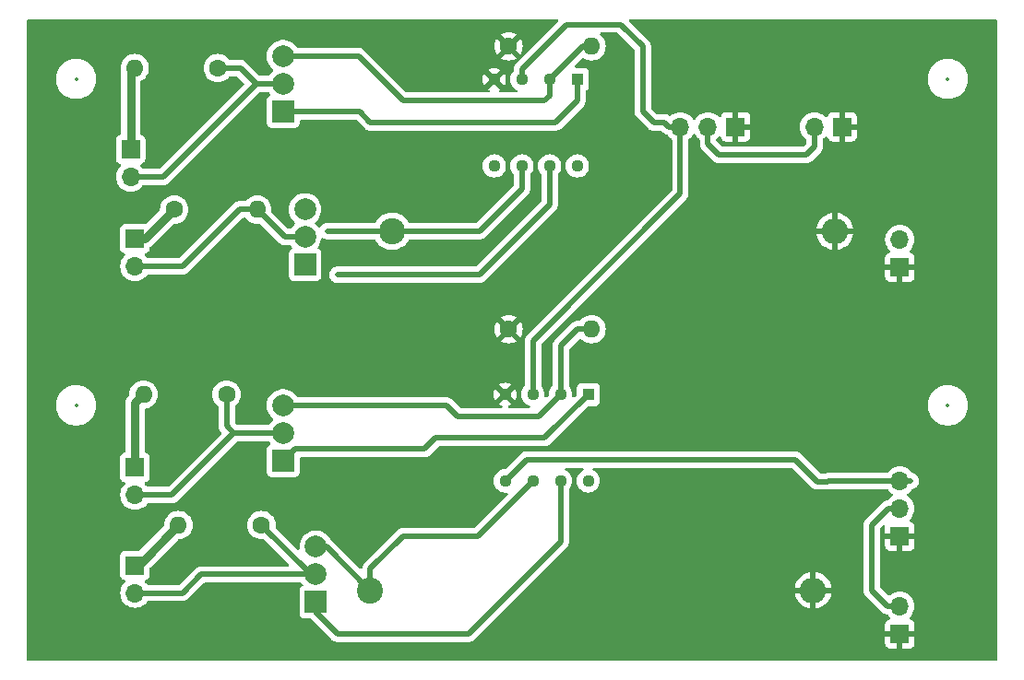
<source format=gbr>
%TF.GenerationSoftware,KiCad,Pcbnew,8.0.6*%
%TF.CreationDate,2025-01-22T12:45:06+00:00*%
%TF.ProjectId,custom_driver,63757374-6f6d-45f6-9472-697665722e6b,rev?*%
%TF.SameCoordinates,Original*%
%TF.FileFunction,Copper,L1,Top*%
%TF.FilePolarity,Positive*%
%FSLAX46Y46*%
G04 Gerber Fmt 4.6, Leading zero omitted, Abs format (unit mm)*
G04 Created by KiCad (PCBNEW 8.0.6) date 2025-01-22 12:45:06*
%MOMM*%
%LPD*%
G01*
G04 APERTURE LIST*
%TA.AperFunction,ComponentPad*%
%ADD10C,1.600000*%
%TD*%
%TA.AperFunction,ComponentPad*%
%ADD11O,1.600000X1.600000*%
%TD*%
%TA.AperFunction,ComponentPad*%
%ADD12R,2.000000X2.000000*%
%TD*%
%TA.AperFunction,ComponentPad*%
%ADD13C,2.000000*%
%TD*%
%TA.AperFunction,ComponentPad*%
%ADD14R,1.700000X1.700000*%
%TD*%
%TA.AperFunction,ComponentPad*%
%ADD15O,1.700000X1.700000*%
%TD*%
%TA.AperFunction,ComponentPad*%
%ADD16R,1.130000X1.130000*%
%TD*%
%TA.AperFunction,ComponentPad*%
%ADD17C,1.130000*%
%TD*%
%TA.AperFunction,ComponentPad*%
%ADD18C,2.400000*%
%TD*%
%TA.AperFunction,ComponentPad*%
%ADD19O,2.400000X2.400000*%
%TD*%
%TA.AperFunction,Conductor*%
%ADD20C,0.500000*%
%TD*%
%TA.AperFunction,Conductor*%
%ADD21C,0.800000*%
%TD*%
%ADD22C,0.350000*%
G04 APERTURE END LIST*
D10*
%TO.P,R8,1*%
%TO.N,D4*%
X113000000Y-67000000D03*
D11*
%TO.P,R8,2*%
%TO.N,+12V*%
X105380000Y-67000000D03*
%TD*%
D10*
%TO.P,R7,1*%
%TO.N,D3*%
X113810000Y-97000000D03*
D11*
%TO.P,R7,2*%
%TO.N,+12V*%
X106190000Y-97000000D03*
%TD*%
D10*
%TO.P,R6,1*%
%TO.N,+12V*%
X109000000Y-80000000D03*
D11*
%TO.P,R6,2*%
%TO.N,D2*%
X116620000Y-80000000D03*
%TD*%
D10*
%TO.P,R5,1*%
%TO.N,D1*%
X117000000Y-109000000D03*
D11*
%TO.P,R5,2*%
%TO.N,+12V*%
X109380000Y-109000000D03*
%TD*%
D12*
%TO.P,Q4,1,G*%
%TO.N,G4*%
X119000000Y-71000000D03*
D13*
%TO.P,Q4,2,D*%
%TO.N,D4*%
X119000000Y-68460000D03*
%TO.P,Q4,3,S*%
%TO.N,S4*%
X119000000Y-65920000D03*
%TD*%
D14*
%TO.P,J9,1,Pin_1*%
%TO.N,+12V*%
X105000000Y-74460000D03*
D15*
%TO.P,J9,2,Pin_2*%
%TO.N,D4*%
X105000000Y-77000000D03*
%TD*%
D14*
%TO.P,J6,1,Pin_1*%
%TO.N,GND*%
X175600000Y-119000000D03*
D15*
%TO.P,J6,2,Pin_2*%
%TO.N,UVS*%
X175600000Y-116460000D03*
%TD*%
D14*
%TO.P,J8,1,Pin_1*%
%TO.N,+12V*%
X105400000Y-82700000D03*
D15*
%TO.P,J8,2,Pin_2*%
%TO.N,D2*%
X105400000Y-85240000D03*
%TD*%
D14*
%TO.P,J4,1,Pin_1*%
%TO.N,GND*%
X170300000Y-72400000D03*
D15*
%TO.P,J4,2,Pin_2*%
%TO.N,GRS*%
X167760000Y-72400000D03*
%TD*%
D10*
%TO.P,R3,1*%
%TO.N,GND*%
X139685000Y-91000000D03*
D11*
%TO.P,R3,2*%
%TO.N,S3*%
X147305000Y-91000000D03*
%TD*%
D14*
%TO.P,J1,1,Pin_1*%
%TO.N,+12V*%
X105400000Y-112700000D03*
D15*
%TO.P,J1,2,Pin_2*%
%TO.N,D1*%
X105400000Y-115240000D03*
%TD*%
D16*
%TO.P,U2,1*%
%TO.N,G4*%
X146000000Y-68060000D03*
D17*
%TO.P,U2,2*%
%TO.N,S4*%
X143460000Y-68060000D03*
%TO.P,U2,3*%
%TO.N,GRO*%
X140920000Y-68060000D03*
%TO.P,U2,4,GND*%
%TO.N,GND*%
X138380000Y-68060000D03*
%TO.P,U2,5*%
%TO.N,UVO*%
X138380000Y-76000000D03*
%TO.P,U2,6*%
%TO.N,S2*%
X140920000Y-76000000D03*
%TO.P,U2,7*%
%TO.N,G2*%
X143460000Y-76000000D03*
%TO.P,U2,8,V+*%
%TO.N,+12V*%
X146000000Y-76000000D03*
%TD*%
D14*
%TO.P,J7,1,Pin_1*%
%TO.N,GND*%
X175600000Y-110025000D03*
D15*
%TO.P,J7,2,Pin_2*%
%TO.N,UVS*%
X175600000Y-107485000D03*
%TO.P,J7,3,Pin_3*%
%TO.N,UVO*%
X175600000Y-104945000D03*
%TD*%
D14*
%TO.P,J3,1,Pin_1*%
%TO.N,GND*%
X175600000Y-85300000D03*
D15*
%TO.P,J3,2,Pin_2*%
%TO.N,+12V*%
X175600000Y-82760000D03*
%TD*%
D12*
%TO.P,Q1,1,G*%
%TO.N,G1*%
X122000000Y-116080000D03*
D13*
%TO.P,Q1,2,D*%
%TO.N,D1*%
X122000000Y-113540000D03*
%TO.P,Q1,3,S*%
%TO.N,S1*%
X122000000Y-111000000D03*
%TD*%
D12*
%TO.P,Q2,1,G*%
%TO.N,G2*%
X121000000Y-85080000D03*
D13*
%TO.P,Q2,2,D*%
%TO.N,D2*%
X121000000Y-82540000D03*
%TO.P,Q2,3,S*%
%TO.N,S2*%
X121000000Y-80000000D03*
%TD*%
D18*
%TO.P,R1,1*%
%TO.N,S1*%
X127000000Y-115000000D03*
D19*
%TO.P,R1,2*%
%TO.N,GND*%
X167640000Y-115000000D03*
%TD*%
D10*
%TO.P,R4,1*%
%TO.N,GND*%
X139685000Y-65000000D03*
D11*
%TO.P,R4,2*%
%TO.N,S4*%
X147305000Y-65000000D03*
%TD*%
D14*
%TO.P,J5,1,Pin_1*%
%TO.N,GND*%
X160525000Y-72400000D03*
D15*
%TO.P,J5,2,Pin_2*%
%TO.N,GRS*%
X157985000Y-72400000D03*
%TO.P,J5,3,Pin_3*%
%TO.N,GRO*%
X155445000Y-72400000D03*
%TD*%
D12*
%TO.P,Q3,1,G*%
%TO.N,G3*%
X119000000Y-103080000D03*
D13*
%TO.P,Q3,2,D*%
%TO.N,D3*%
X119000000Y-100540000D03*
%TO.P,Q3,3,S*%
%TO.N,S3*%
X119000000Y-98000000D03*
%TD*%
D18*
%TO.P,R2,1*%
%TO.N,S2*%
X129000000Y-82000000D03*
D19*
%TO.P,R2,2*%
%TO.N,GND*%
X169640000Y-82000000D03*
%TD*%
D16*
%TO.P,U1,1*%
%TO.N,G3*%
X147000000Y-97000000D03*
D17*
%TO.P,U1,2*%
%TO.N,S3*%
X144460000Y-97000000D03*
%TO.P,U1,3*%
%TO.N,GRO*%
X141920000Y-97000000D03*
%TO.P,U1,4,GND*%
%TO.N,GND*%
X139380000Y-97000000D03*
%TO.P,U1,5*%
%TO.N,UVO*%
X139380000Y-104940000D03*
%TO.P,U1,6*%
%TO.N,S1*%
X141920000Y-104940000D03*
%TO.P,U1,7*%
%TO.N,G1*%
X144460000Y-104940000D03*
%TO.P,U1,8,V+*%
%TO.N,+12V*%
X147000000Y-104940000D03*
%TD*%
D14*
%TO.P,J2,1,Pin_1*%
%TO.N,+12V*%
X105400000Y-103700000D03*
D15*
%TO.P,J2,2,Pin_2*%
%TO.N,D3*%
X105400000Y-106240000D03*
%TD*%
D20*
%TO.N,D4*%
X115080000Y-67000000D02*
X116540000Y-68460000D01*
X113000000Y-67000000D02*
X115080000Y-67000000D01*
D21*
%TO.N,+12V*%
X105000000Y-67380000D02*
X105380000Y-67000000D01*
X105000000Y-74460000D02*
X105000000Y-67380000D01*
D20*
%TO.N,D2*%
X119160000Y-82540000D02*
X116620000Y-80000000D01*
X121000000Y-82540000D02*
X119160000Y-82540000D01*
X115000000Y-80000000D02*
X116620000Y-80000000D01*
X109760000Y-85240000D02*
X115000000Y-80000000D01*
D21*
%TO.N,+12V*%
X106300000Y-82700000D02*
X109000000Y-80000000D01*
X105400000Y-82700000D02*
X106300000Y-82700000D01*
D20*
%TO.N,D3*%
X113810000Y-99890000D02*
X114460000Y-100540000D01*
X113810000Y-97000000D02*
X113810000Y-99890000D01*
D21*
%TO.N,+12V*%
X105400000Y-97790000D02*
X106190000Y-97000000D01*
X105400000Y-103700000D02*
X105400000Y-97790000D01*
D20*
%TO.N,D1*%
X111460000Y-113540000D02*
X122000000Y-113540000D01*
X109760000Y-115240000D02*
X111460000Y-113540000D01*
X121540000Y-113540000D02*
X122000000Y-113540000D01*
X117000000Y-109000000D02*
X121540000Y-113540000D01*
D21*
%TO.N,+12V*%
X105680000Y-112700000D02*
X109380000Y-109000000D01*
X105400000Y-112700000D02*
X105680000Y-112700000D01*
D20*
%TO.N,G1*%
X122000000Y-116080000D02*
X122000000Y-117000000D01*
X122000000Y-117000000D02*
X124000000Y-119000000D01*
%TO.N,S1*%
X127000000Y-115000000D02*
X123000000Y-111000000D01*
X123000000Y-111000000D02*
X122000000Y-111000000D01*
%TO.N,D1*%
X105400000Y-115240000D02*
X109760000Y-115240000D01*
%TO.N,D4*%
X116540000Y-68460000D02*
X119000000Y-68460000D01*
X105000000Y-77000000D02*
X108000000Y-77000000D01*
%TO.N,D3*%
X108760000Y-106240000D02*
X114460000Y-100540000D01*
X114460000Y-100540000D02*
X119000000Y-100540000D01*
X105400000Y-106240000D02*
X108760000Y-106240000D01*
%TO.N,GRS*%
X167760000Y-72400000D02*
X167760000Y-74240000D01*
X157985000Y-73985000D02*
X157985000Y-72400000D01*
X167000000Y-75000000D02*
X159000000Y-75000000D01*
X159000000Y-75000000D02*
X157985000Y-73985000D01*
X167760000Y-74240000D02*
X167000000Y-75000000D01*
%TO.N,GRO*%
X154000000Y-72000000D02*
X154400000Y-72400000D01*
X141920000Y-92080000D02*
X155445000Y-78555000D01*
X150000000Y-63000000D02*
X152000000Y-65000000D01*
X152000000Y-65000000D02*
X152000000Y-71000000D01*
X140920000Y-67080000D02*
X145000000Y-63000000D01*
X145000000Y-63000000D02*
X150000000Y-63000000D01*
X141920000Y-97000000D02*
X141920000Y-92080000D01*
X154400000Y-72400000D02*
X155445000Y-72400000D01*
X152000000Y-71000000D02*
X153000000Y-72000000D01*
X155445000Y-78555000D02*
X155445000Y-72400000D01*
X140920000Y-68060000D02*
X140920000Y-67080000D01*
X153000000Y-72000000D02*
X154000000Y-72000000D01*
%TO.N,UVS*%
X174515000Y-107485000D02*
X175600000Y-107485000D01*
X174460000Y-116460000D02*
X173000000Y-115000000D01*
X173000000Y-115000000D02*
X173000000Y-109000000D01*
X174460000Y-116460000D02*
X175600000Y-116460000D01*
X173000000Y-109000000D02*
X174515000Y-107485000D01*
%TO.N,UVO*%
X141320000Y-103000000D02*
X166000000Y-103000000D01*
X169055000Y-104945000D02*
X176600000Y-104945000D01*
X139380000Y-104940000D02*
X141320000Y-103000000D01*
X168000000Y-105000000D02*
X169000000Y-105000000D01*
X166000000Y-103000000D02*
X168000000Y-105000000D01*
X169000000Y-105000000D02*
X169055000Y-104945000D01*
%TO.N,D2*%
X105400000Y-85240000D02*
X109760000Y-85240000D01*
%TO.N,S1*%
X141920000Y-104940000D02*
X136860000Y-110000000D01*
X130000000Y-110000000D02*
X127000000Y-113000000D01*
X127000000Y-113000000D02*
X127000000Y-115000000D01*
X136860000Y-110000000D02*
X130000000Y-110000000D01*
%TO.N,G1*%
X136000000Y-119000000D02*
X144460000Y-110540000D01*
X124000000Y-119000000D02*
X136000000Y-119000000D01*
X144460000Y-110540000D02*
X144460000Y-104940000D01*
%TO.N,S2*%
X129000000Y-82000000D02*
X137000000Y-82000000D01*
X123080000Y-82000000D02*
X129000000Y-82000000D01*
X140920000Y-78080000D02*
X140920000Y-76000000D01*
X137000000Y-82000000D02*
X140920000Y-78080000D01*
%TO.N,G2*%
X143460000Y-76000000D02*
X143460000Y-79540000D01*
X143460000Y-79540000D02*
X137000000Y-86000000D01*
X137000000Y-86000000D02*
X124000000Y-86000000D01*
%TO.N,S3*%
X144460000Y-97000000D02*
X144460000Y-92540000D01*
X133015000Y-98015000D02*
X134015000Y-98015000D01*
X135000000Y-99000000D02*
X142460000Y-99000000D01*
X142460000Y-99000000D02*
X144460000Y-97000000D01*
X144460000Y-92540000D02*
X146000000Y-91000000D01*
X146000000Y-91000000D02*
X147305000Y-91000000D01*
X133000000Y-98000000D02*
X133015000Y-98015000D01*
X134015000Y-98015000D02*
X135000000Y-99000000D01*
X119000000Y-98000000D02*
X133000000Y-98000000D01*
%TO.N,G3*%
X143000000Y-101000000D02*
X147000000Y-97000000D01*
X133000000Y-101000000D02*
X143000000Y-101000000D01*
X119000000Y-103080000D02*
X120080000Y-102000000D01*
X132000000Y-102000000D02*
X133000000Y-101000000D01*
X120080000Y-102000000D02*
X132000000Y-102000000D01*
%TO.N,S4*%
X143000000Y-70000000D02*
X130000000Y-70000000D01*
X146520000Y-65000000D02*
X147305000Y-65000000D01*
X143460000Y-68060000D02*
X143460000Y-69540000D01*
X143460000Y-68060000D02*
X146520000Y-65000000D01*
X125920000Y-65920000D02*
X119000000Y-65920000D01*
X130000000Y-70000000D02*
X125920000Y-65920000D01*
X143460000Y-69540000D02*
X143000000Y-70000000D01*
%TO.N,G4*%
X119000000Y-71000000D02*
X126000000Y-71000000D01*
X146000000Y-70000000D02*
X146000000Y-68060000D01*
X127000000Y-72000000D02*
X144000000Y-72000000D01*
X126000000Y-71000000D02*
X127000000Y-72000000D01*
X144000000Y-72000000D02*
X146000000Y-70000000D01*
%TO.N,D4*%
X108000000Y-77000000D02*
X116540000Y-68460000D01*
%TD*%
%TA.AperFunction,Conductor*%
%TO.N,GND*%
G36*
X144205810Y-62520185D02*
G01*
X144251565Y-62572989D01*
X144261509Y-62642147D01*
X144232484Y-62705703D01*
X144226452Y-62712181D01*
X140337047Y-66601584D01*
X140337043Y-66601589D01*
X140291002Y-66670498D01*
X140291001Y-66670500D01*
X140283770Y-66681322D01*
X140254916Y-66724504D01*
X140254912Y-66724511D01*
X140198343Y-66861082D01*
X140198340Y-66861092D01*
X140169500Y-67006079D01*
X140169500Y-67250562D01*
X140149815Y-67317601D01*
X140141353Y-67329227D01*
X140029783Y-67465174D01*
X140029779Y-67465181D01*
X139930844Y-67650276D01*
X139869917Y-67851123D01*
X139849345Y-68060000D01*
X139869917Y-68268876D01*
X139930844Y-68469723D01*
X140029779Y-68654818D01*
X140029783Y-68654825D01*
X140162932Y-68817067D01*
X140325174Y-68950216D01*
X140325181Y-68950220D01*
X140448512Y-69016142D01*
X140498356Y-69065104D01*
X140513817Y-69133242D01*
X140489986Y-69198921D01*
X140434428Y-69241290D01*
X140390059Y-69249500D01*
X138908880Y-69249500D01*
X138841841Y-69229815D01*
X138796086Y-69177011D01*
X138786142Y-69107853D01*
X138815167Y-69044297D01*
X138850427Y-69016142D01*
X138936553Y-68970106D01*
X138396448Y-68430000D01*
X138428711Y-68430000D01*
X138522815Y-68404785D01*
X138607186Y-68356074D01*
X138676074Y-68287186D01*
X138724785Y-68202815D01*
X138750000Y-68108711D01*
X138750000Y-68076447D01*
X139290105Y-68616552D01*
X139368690Y-68469532D01*
X139429590Y-68268774D01*
X139450152Y-68060000D01*
X139429590Y-67851225D01*
X139368690Y-67650465D01*
X139290106Y-67503445D01*
X138750000Y-68043551D01*
X138750000Y-68011289D01*
X138724785Y-67917185D01*
X138676074Y-67832814D01*
X138607186Y-67763926D01*
X138522815Y-67715215D01*
X138428711Y-67690000D01*
X138396448Y-67690000D01*
X138936552Y-67149893D01*
X138936552Y-67149892D01*
X138789534Y-67071309D01*
X138588772Y-67010409D01*
X138588776Y-67010409D01*
X138380000Y-66989847D01*
X138171225Y-67010409D01*
X137970471Y-67071307D01*
X137823446Y-67149893D01*
X138363553Y-67690000D01*
X138331289Y-67690000D01*
X138237185Y-67715215D01*
X138152814Y-67763926D01*
X138083926Y-67832814D01*
X138035215Y-67917185D01*
X138010000Y-68011289D01*
X138010000Y-68043552D01*
X137469893Y-67503446D01*
X137391307Y-67650471D01*
X137330409Y-67851225D01*
X137309847Y-68060000D01*
X137330409Y-68268774D01*
X137391309Y-68469534D01*
X137469892Y-68616552D01*
X137469893Y-68616552D01*
X138010000Y-68076446D01*
X138010000Y-68108711D01*
X138035215Y-68202815D01*
X138083926Y-68287186D01*
X138152814Y-68356074D01*
X138237185Y-68404785D01*
X138331289Y-68430000D01*
X138363553Y-68430000D01*
X137823445Y-68970106D01*
X137909572Y-69016142D01*
X137959417Y-69065104D01*
X137974877Y-69133242D01*
X137951045Y-69198922D01*
X137895487Y-69241291D01*
X137851119Y-69249500D01*
X130362229Y-69249500D01*
X130295190Y-69229815D01*
X130274548Y-69213181D01*
X128352676Y-67291309D01*
X126398416Y-65337048D01*
X126398415Y-65337047D01*
X126398413Y-65337045D01*
X126349179Y-65304150D01*
X126316355Y-65282218D01*
X126275495Y-65254916D01*
X126275494Y-65254915D01*
X126275492Y-65254914D01*
X126275490Y-65254913D01*
X126138917Y-65198343D01*
X126138907Y-65198340D01*
X125993920Y-65169500D01*
X125993918Y-65169500D01*
X120369136Y-65169500D01*
X120302097Y-65149815D01*
X120265327Y-65113322D01*
X120225695Y-65052661D01*
X120191288Y-64999997D01*
X138380034Y-64999997D01*
X138380034Y-65000002D01*
X138399858Y-65226599D01*
X138399860Y-65226610D01*
X138458730Y-65446317D01*
X138458735Y-65446331D01*
X138554863Y-65652478D01*
X138605974Y-65725472D01*
X139285000Y-65046446D01*
X139285000Y-65052661D01*
X139312259Y-65154394D01*
X139364920Y-65245606D01*
X139439394Y-65320080D01*
X139530606Y-65372741D01*
X139632339Y-65400000D01*
X139638553Y-65400000D01*
X138959526Y-66079025D01*
X139032513Y-66130132D01*
X139032521Y-66130136D01*
X139238668Y-66226264D01*
X139238682Y-66226269D01*
X139458389Y-66285139D01*
X139458400Y-66285141D01*
X139684998Y-66304966D01*
X139685002Y-66304966D01*
X139911599Y-66285141D01*
X139911610Y-66285139D01*
X140131317Y-66226269D01*
X140131331Y-66226264D01*
X140337478Y-66130136D01*
X140410471Y-66079024D01*
X139731447Y-65400000D01*
X139737661Y-65400000D01*
X139839394Y-65372741D01*
X139930606Y-65320080D01*
X140005080Y-65245606D01*
X140057741Y-65154394D01*
X140085000Y-65052661D01*
X140085000Y-65046447D01*
X140764024Y-65725471D01*
X140815136Y-65652478D01*
X140911264Y-65446331D01*
X140911269Y-65446317D01*
X140970139Y-65226610D01*
X140970141Y-65226599D01*
X140989966Y-65000002D01*
X140989966Y-64999997D01*
X140970141Y-64773400D01*
X140970139Y-64773389D01*
X140911269Y-64553682D01*
X140911264Y-64553668D01*
X140815136Y-64347521D01*
X140815132Y-64347513D01*
X140764025Y-64274526D01*
X140085000Y-64953551D01*
X140085000Y-64947339D01*
X140057741Y-64845606D01*
X140005080Y-64754394D01*
X139930606Y-64679920D01*
X139839394Y-64627259D01*
X139737661Y-64600000D01*
X139731448Y-64600000D01*
X140410472Y-63920974D01*
X140337478Y-63869863D01*
X140131331Y-63773735D01*
X140131317Y-63773730D01*
X139911610Y-63714860D01*
X139911599Y-63714858D01*
X139685002Y-63695034D01*
X139684998Y-63695034D01*
X139458400Y-63714858D01*
X139458389Y-63714860D01*
X139238682Y-63773730D01*
X139238673Y-63773734D01*
X139032516Y-63869866D01*
X139032512Y-63869868D01*
X138959526Y-63920973D01*
X138959526Y-63920974D01*
X139638553Y-64600000D01*
X139632339Y-64600000D01*
X139530606Y-64627259D01*
X139439394Y-64679920D01*
X139364920Y-64754394D01*
X139312259Y-64845606D01*
X139285000Y-64947339D01*
X139285000Y-64953552D01*
X138605974Y-64274526D01*
X138605973Y-64274526D01*
X138554868Y-64347512D01*
X138554866Y-64347516D01*
X138458734Y-64553673D01*
X138458730Y-64553682D01*
X138399860Y-64773389D01*
X138399858Y-64773400D01*
X138380034Y-64999997D01*
X120191288Y-64999997D01*
X120188164Y-64995215D01*
X120019744Y-64812262D01*
X119823509Y-64659526D01*
X119823507Y-64659525D01*
X119823506Y-64659524D01*
X119604811Y-64541172D01*
X119604802Y-64541169D01*
X119369616Y-64460429D01*
X119124335Y-64419500D01*
X118875665Y-64419500D01*
X118630383Y-64460429D01*
X118395197Y-64541169D01*
X118395188Y-64541172D01*
X118176493Y-64659524D01*
X117980257Y-64812261D01*
X117811833Y-64995217D01*
X117675826Y-65203393D01*
X117575936Y-65431118D01*
X117514892Y-65672175D01*
X117514890Y-65672187D01*
X117494357Y-65919994D01*
X117494357Y-65920005D01*
X117514890Y-66167812D01*
X117514892Y-66167824D01*
X117575936Y-66408881D01*
X117675826Y-66636606D01*
X117811833Y-66844782D01*
X117811835Y-66844784D01*
X117811836Y-66844785D01*
X117980256Y-67027738D01*
X118063008Y-67092147D01*
X118103821Y-67148857D01*
X118107496Y-67218630D01*
X118072864Y-67279313D01*
X118063014Y-67287848D01*
X117980256Y-67352262D01*
X117811836Y-67535215D01*
X117736540Y-67650465D01*
X117734673Y-67653322D01*
X117681526Y-67698678D01*
X117630864Y-67709500D01*
X116902230Y-67709500D01*
X116835191Y-67689815D01*
X116814549Y-67673181D01*
X115558421Y-66417052D01*
X115558414Y-66417046D01*
X115484729Y-66367812D01*
X115484729Y-66367813D01*
X115435491Y-66334913D01*
X115298917Y-66278343D01*
X115298907Y-66278340D01*
X115153920Y-66249500D01*
X115153918Y-66249500D01*
X114126663Y-66249500D01*
X114059624Y-66229815D01*
X114025088Y-66196623D01*
X114000045Y-66160858D01*
X113839141Y-65999954D01*
X113652734Y-65869432D01*
X113652732Y-65869431D01*
X113446497Y-65773261D01*
X113446488Y-65773258D01*
X113226697Y-65714366D01*
X113226693Y-65714365D01*
X113226692Y-65714365D01*
X113226691Y-65714364D01*
X113226686Y-65714364D01*
X113000002Y-65694532D01*
X112999998Y-65694532D01*
X112773313Y-65714364D01*
X112773302Y-65714366D01*
X112553511Y-65773258D01*
X112553502Y-65773261D01*
X112347267Y-65869431D01*
X112347265Y-65869432D01*
X112160858Y-65999954D01*
X111999954Y-66160858D01*
X111869432Y-66347265D01*
X111869431Y-66347267D01*
X111773261Y-66553502D01*
X111773258Y-66553511D01*
X111714366Y-66773302D01*
X111714364Y-66773313D01*
X111694532Y-66999998D01*
X111694532Y-67000001D01*
X111714364Y-67226686D01*
X111714366Y-67226697D01*
X111773258Y-67446488D01*
X111773261Y-67446497D01*
X111869431Y-67652732D01*
X111869432Y-67652734D01*
X111999954Y-67839141D01*
X112160858Y-68000045D01*
X112160861Y-68000047D01*
X112347266Y-68130568D01*
X112553504Y-68226739D01*
X112773308Y-68285635D01*
X112935230Y-68299801D01*
X112999998Y-68305468D01*
X113000000Y-68305468D01*
X113000002Y-68305468D01*
X113056673Y-68300509D01*
X113226692Y-68285635D01*
X113446496Y-68226739D01*
X113652734Y-68130568D01*
X113839139Y-68000047D01*
X114000047Y-67839139D01*
X114025088Y-67803377D01*
X114079665Y-67759752D01*
X114126663Y-67750500D01*
X114717770Y-67750500D01*
X114784809Y-67770185D01*
X114805451Y-67786819D01*
X115390951Y-68372319D01*
X115424436Y-68433642D01*
X115419452Y-68503334D01*
X115390951Y-68547681D01*
X107725451Y-76213181D01*
X107664128Y-76246666D01*
X107637770Y-76249500D01*
X106187701Y-76249500D01*
X106120662Y-76229815D01*
X106086126Y-76196623D01*
X106038496Y-76128600D01*
X106038495Y-76128599D01*
X105916567Y-76006671D01*
X105883084Y-75945351D01*
X105888068Y-75875659D01*
X105929939Y-75819725D01*
X105960915Y-75802810D01*
X106092331Y-75753796D01*
X106207546Y-75667546D01*
X106293796Y-75552331D01*
X106344091Y-75417483D01*
X106350500Y-75357873D01*
X106350499Y-73562128D01*
X106344091Y-73502517D01*
X106340201Y-73492088D01*
X106293797Y-73367671D01*
X106293793Y-73367664D01*
X106207547Y-73252455D01*
X106207544Y-73252452D01*
X106092335Y-73166206D01*
X106092329Y-73166203D01*
X105981166Y-73124741D01*
X105925233Y-73082869D01*
X105900816Y-73017405D01*
X105900500Y-73008559D01*
X105900500Y-68271226D01*
X105920185Y-68204187D01*
X105972096Y-68158844D01*
X106032734Y-68130568D01*
X106219139Y-68000047D01*
X106380047Y-67839139D01*
X106510568Y-67652734D01*
X106606739Y-67446496D01*
X106665635Y-67226692D01*
X106684936Y-67006079D01*
X106685468Y-67000001D01*
X106685468Y-66999998D01*
X106673315Y-66861092D01*
X106665635Y-66773308D01*
X106606739Y-66553504D01*
X106510568Y-66347266D01*
X106380047Y-66160861D01*
X106380045Y-66160858D01*
X106219141Y-65999954D01*
X106032734Y-65869432D01*
X106032732Y-65869431D01*
X105826497Y-65773261D01*
X105826488Y-65773258D01*
X105606697Y-65714366D01*
X105606693Y-65714365D01*
X105606692Y-65714365D01*
X105606691Y-65714364D01*
X105606686Y-65714364D01*
X105380002Y-65694532D01*
X105379998Y-65694532D01*
X105153313Y-65714364D01*
X105153302Y-65714366D01*
X104933511Y-65773258D01*
X104933502Y-65773261D01*
X104727267Y-65869431D01*
X104727265Y-65869432D01*
X104540858Y-65999954D01*
X104379954Y-66160858D01*
X104249432Y-66347265D01*
X104249431Y-66347267D01*
X104153261Y-66553502D01*
X104153258Y-66553511D01*
X104094366Y-66773302D01*
X104094364Y-66773313D01*
X104074532Y-66999998D01*
X104074532Y-67000001D01*
X104094364Y-67226686D01*
X104094365Y-67226693D01*
X104097206Y-67237293D01*
X104098772Y-67285115D01*
X104100097Y-67285246D01*
X104099500Y-67291308D01*
X104099500Y-73008560D01*
X104079815Y-73075599D01*
X104027011Y-73121354D01*
X104018833Y-73124742D01*
X103907671Y-73166202D01*
X103907664Y-73166206D01*
X103792455Y-73252452D01*
X103792452Y-73252455D01*
X103706206Y-73367664D01*
X103706202Y-73367671D01*
X103655908Y-73502517D01*
X103649501Y-73562116D01*
X103649501Y-73562123D01*
X103649500Y-73562135D01*
X103649500Y-75357870D01*
X103649501Y-75357876D01*
X103655908Y-75417483D01*
X103706202Y-75552328D01*
X103706206Y-75552335D01*
X103792452Y-75667544D01*
X103792455Y-75667547D01*
X103907664Y-75753793D01*
X103907671Y-75753797D01*
X104039081Y-75802810D01*
X104095015Y-75844681D01*
X104119432Y-75910145D01*
X104104580Y-75978418D01*
X104083430Y-76006673D01*
X103961503Y-76128600D01*
X103825965Y-76322169D01*
X103825964Y-76322171D01*
X103726098Y-76536335D01*
X103726094Y-76536344D01*
X103664938Y-76764586D01*
X103664936Y-76764596D01*
X103644341Y-76999999D01*
X103644341Y-77000000D01*
X103664936Y-77235403D01*
X103664938Y-77235413D01*
X103726094Y-77463655D01*
X103726096Y-77463659D01*
X103726097Y-77463663D01*
X103804681Y-77632186D01*
X103825965Y-77677830D01*
X103825967Y-77677834D01*
X103913873Y-77803376D01*
X103961505Y-77871401D01*
X104128599Y-78038495D01*
X104225384Y-78106265D01*
X104322165Y-78174032D01*
X104322167Y-78174033D01*
X104322170Y-78174035D01*
X104536337Y-78273903D01*
X104764592Y-78335063D01*
X104952918Y-78351539D01*
X104999999Y-78355659D01*
X105000000Y-78355659D01*
X105000001Y-78355659D01*
X105039234Y-78352226D01*
X105235408Y-78335063D01*
X105463663Y-78273903D01*
X105677830Y-78174035D01*
X105871401Y-78038495D01*
X106038495Y-77871401D01*
X106086127Y-77803376D01*
X106140704Y-77759751D01*
X106187701Y-77750500D01*
X108073920Y-77750500D01*
X108171462Y-77731096D01*
X108218913Y-77721658D01*
X108355495Y-77665084D01*
X108404729Y-77632186D01*
X108478416Y-77582952D01*
X110061368Y-76000000D01*
X137309345Y-76000000D01*
X137329917Y-76208876D01*
X137390844Y-76409723D01*
X137489779Y-76594818D01*
X137489783Y-76594825D01*
X137622932Y-76757067D01*
X137785174Y-76890216D01*
X137785181Y-76890220D01*
X137970276Y-76989155D01*
X137970278Y-76989156D01*
X138171126Y-77050083D01*
X138380000Y-77070655D01*
X138588874Y-77050083D01*
X138789722Y-76989156D01*
X138974824Y-76890217D01*
X139137067Y-76757067D01*
X139270217Y-76594824D01*
X139369156Y-76409722D01*
X139430083Y-76208874D01*
X139450655Y-76000000D01*
X139430083Y-75791126D01*
X139369156Y-75590278D01*
X139348871Y-75552328D01*
X139270220Y-75405181D01*
X139270216Y-75405174D01*
X139137067Y-75242932D01*
X138974825Y-75109783D01*
X138974818Y-75109779D01*
X138789723Y-75010844D01*
X138588876Y-74949917D01*
X138380000Y-74929345D01*
X138171123Y-74949917D01*
X137970276Y-75010844D01*
X137785181Y-75109779D01*
X137785174Y-75109783D01*
X137622932Y-75242932D01*
X137489783Y-75405174D01*
X137489779Y-75405181D01*
X137390844Y-75590276D01*
X137329917Y-75791123D01*
X137309345Y-76000000D01*
X110061368Y-76000000D01*
X116814549Y-69246819D01*
X116875872Y-69213334D01*
X116902230Y-69210500D01*
X117630864Y-69210500D01*
X117697903Y-69230185D01*
X117734672Y-69266678D01*
X117806741Y-69376987D01*
X117826929Y-69443877D01*
X117807750Y-69511062D01*
X117762367Y-69553637D01*
X117757670Y-69556201D01*
X117642455Y-69642452D01*
X117642452Y-69642455D01*
X117556206Y-69757664D01*
X117556202Y-69757671D01*
X117505908Y-69892517D01*
X117499501Y-69952116D01*
X117499501Y-69952123D01*
X117499500Y-69952135D01*
X117499500Y-72047870D01*
X117499501Y-72047876D01*
X117505908Y-72107483D01*
X117556202Y-72242328D01*
X117556206Y-72242335D01*
X117642452Y-72357544D01*
X117642455Y-72357547D01*
X117757664Y-72443793D01*
X117757671Y-72443797D01*
X117892517Y-72494091D01*
X117892516Y-72494091D01*
X117899444Y-72494835D01*
X117952127Y-72500500D01*
X120047872Y-72500499D01*
X120107483Y-72494091D01*
X120242331Y-72443796D01*
X120357546Y-72357546D01*
X120443796Y-72242331D01*
X120494091Y-72107483D01*
X120500500Y-72047873D01*
X120500500Y-71874500D01*
X120520185Y-71807461D01*
X120572989Y-71761706D01*
X120624500Y-71750500D01*
X125637770Y-71750500D01*
X125704809Y-71770185D01*
X125725451Y-71786819D01*
X126417049Y-72478416D01*
X126521584Y-72582951D01*
X126521587Y-72582953D01*
X126521588Y-72582954D01*
X126644503Y-72665083D01*
X126644506Y-72665085D01*
X126701079Y-72688518D01*
X126701080Y-72688518D01*
X126781088Y-72721659D01*
X126897241Y-72744763D01*
X126916468Y-72748587D01*
X126926081Y-72750500D01*
X126926082Y-72750500D01*
X144073920Y-72750500D01*
X144171462Y-72731096D01*
X144218913Y-72721658D01*
X144355495Y-72665084D01*
X144424595Y-72618913D01*
X144478416Y-72582952D01*
X146582951Y-70478416D01*
X146623955Y-70417049D01*
X146665084Y-70355495D01*
X146721658Y-70218913D01*
X146731096Y-70171462D01*
X146750500Y-70073920D01*
X146750500Y-69173400D01*
X146770185Y-69106361D01*
X146802343Y-69076934D01*
X146800231Y-69074112D01*
X146880136Y-69014293D01*
X146922546Y-68982546D01*
X147008796Y-68867331D01*
X147059091Y-68732483D01*
X147065500Y-68672873D01*
X147065499Y-67447128D01*
X147059091Y-67387517D01*
X147052628Y-67370190D01*
X147008797Y-67252671D01*
X147008793Y-67252664D01*
X146922547Y-67137455D01*
X146922544Y-67137452D01*
X146807335Y-67051206D01*
X146807328Y-67051202D01*
X146672482Y-67000908D01*
X146672483Y-67000908D01*
X146612883Y-66994501D01*
X146612881Y-66994500D01*
X146612873Y-66994500D01*
X146612865Y-66994500D01*
X145886228Y-66994500D01*
X145819189Y-66974815D01*
X145773434Y-66922011D01*
X145763490Y-66852853D01*
X145792515Y-66789297D01*
X145798547Y-66782819D01*
X146027864Y-66553502D01*
X146460199Y-66121167D01*
X146521520Y-66087684D01*
X146591212Y-66092668D01*
X146618993Y-66107270D01*
X146652266Y-66130568D01*
X146858504Y-66226739D01*
X146858509Y-66226740D01*
X146858511Y-66226741D01*
X146911415Y-66240916D01*
X147078308Y-66285635D01*
X147240230Y-66299801D01*
X147304998Y-66305468D01*
X147305000Y-66305468D01*
X147305002Y-66305468D01*
X147361673Y-66300509D01*
X147531692Y-66285635D01*
X147751496Y-66226739D01*
X147957734Y-66130568D01*
X148144139Y-66000047D01*
X148305047Y-65839139D01*
X148435568Y-65652734D01*
X148531739Y-65446496D01*
X148590635Y-65226692D01*
X148610468Y-65000000D01*
X148610049Y-64995215D01*
X148591316Y-64781092D01*
X148590635Y-64773308D01*
X148531739Y-64553504D01*
X148435568Y-64347266D01*
X148305047Y-64160861D01*
X148305045Y-64160858D01*
X148144141Y-63999954D01*
X148110038Y-63976075D01*
X148066413Y-63921498D01*
X148059219Y-63852000D01*
X148090742Y-63789645D01*
X148150971Y-63754231D01*
X148181161Y-63750500D01*
X149637770Y-63750500D01*
X149704809Y-63770185D01*
X149725451Y-63786819D01*
X151213181Y-65274548D01*
X151246666Y-65335871D01*
X151249500Y-65362229D01*
X151249500Y-71073918D01*
X151249500Y-71073920D01*
X151249499Y-71073920D01*
X151278340Y-71218907D01*
X151278343Y-71218917D01*
X151334911Y-71355487D01*
X151334915Y-71355493D01*
X151334916Y-71355495D01*
X151338930Y-71361502D01*
X151338931Y-71361505D01*
X151338932Y-71361505D01*
X151393130Y-71442620D01*
X151417051Y-71478420D01*
X151417052Y-71478421D01*
X152417049Y-72478416D01*
X152521584Y-72582951D01*
X152521587Y-72582953D01*
X152521588Y-72582954D01*
X152644503Y-72665083D01*
X152644506Y-72665085D01*
X152701079Y-72688518D01*
X152701080Y-72688518D01*
X152781088Y-72721659D01*
X152897241Y-72744763D01*
X152916468Y-72748587D01*
X152926081Y-72750500D01*
X152926082Y-72750500D01*
X152926083Y-72750500D01*
X153073918Y-72750500D01*
X153637771Y-72750500D01*
X153704810Y-72770185D01*
X153725452Y-72786819D01*
X153817048Y-72878415D01*
X153817049Y-72878416D01*
X153921584Y-72982951D01*
X153921585Y-72982952D01*
X154044498Y-73065080D01*
X154044511Y-73065087D01*
X154180353Y-73121354D01*
X154181087Y-73121658D01*
X154272337Y-73139808D01*
X154334245Y-73172192D01*
X154349719Y-73190302D01*
X154406506Y-73271403D01*
X154573595Y-73438492D01*
X154573598Y-73438494D01*
X154573599Y-73438495D01*
X154641623Y-73486125D01*
X154685248Y-73540701D01*
X154694500Y-73587700D01*
X154694500Y-78192770D01*
X154674815Y-78259809D01*
X154658181Y-78280451D01*
X141337048Y-91601583D01*
X141315763Y-91633439D01*
X141294620Y-91665084D01*
X141274768Y-91694794D01*
X141254916Y-91724504D01*
X141254912Y-91724511D01*
X141198343Y-91861082D01*
X141198340Y-91861092D01*
X141169500Y-92006079D01*
X141169500Y-96190562D01*
X141149815Y-96257601D01*
X141141353Y-96269227D01*
X141029783Y-96405174D01*
X141029779Y-96405181D01*
X140930844Y-96590276D01*
X140869917Y-96791123D01*
X140849345Y-97000000D01*
X140869917Y-97208876D01*
X140930844Y-97409723D01*
X141029779Y-97594818D01*
X141029783Y-97594825D01*
X141162932Y-97757067D01*
X141325174Y-97890216D01*
X141325181Y-97890220D01*
X141510271Y-97989153D01*
X141510274Y-97989153D01*
X141510278Y-97989156D01*
X141568575Y-98006840D01*
X141627011Y-98045137D01*
X141655468Y-98108949D01*
X141644907Y-98178016D01*
X141598682Y-98230410D01*
X141532577Y-98249500D01*
X139765701Y-98249500D01*
X139698662Y-98229815D01*
X139652907Y-98177011D01*
X139642963Y-98107853D01*
X139671988Y-98044297D01*
X139729706Y-98006839D01*
X139789532Y-97988690D01*
X139936553Y-97910105D01*
X139396448Y-97370000D01*
X139428711Y-97370000D01*
X139522815Y-97344785D01*
X139607186Y-97296074D01*
X139676074Y-97227186D01*
X139724785Y-97142815D01*
X139750000Y-97048711D01*
X139750000Y-97016447D01*
X140290105Y-97556552D01*
X140368690Y-97409532D01*
X140429590Y-97208774D01*
X140450152Y-97000000D01*
X140429590Y-96791225D01*
X140368690Y-96590465D01*
X140290106Y-96443445D01*
X139750000Y-96983551D01*
X139750000Y-96951289D01*
X139724785Y-96857185D01*
X139676074Y-96772814D01*
X139607186Y-96703926D01*
X139522815Y-96655215D01*
X139428711Y-96630000D01*
X139396448Y-96630000D01*
X139936552Y-96089893D01*
X139936552Y-96089892D01*
X139789534Y-96011309D01*
X139588772Y-95950409D01*
X139588776Y-95950409D01*
X139380000Y-95929847D01*
X139171225Y-95950409D01*
X138970471Y-96011307D01*
X138823446Y-96089893D01*
X139363553Y-96630000D01*
X139331289Y-96630000D01*
X139237185Y-96655215D01*
X139152814Y-96703926D01*
X139083926Y-96772814D01*
X139035215Y-96857185D01*
X139010000Y-96951289D01*
X139010000Y-96983552D01*
X138469893Y-96443446D01*
X138391307Y-96590471D01*
X138330409Y-96791225D01*
X138309847Y-97000000D01*
X138330409Y-97208774D01*
X138391309Y-97409534D01*
X138469892Y-97556552D01*
X138469893Y-97556552D01*
X139010000Y-97016446D01*
X139010000Y-97048711D01*
X139035215Y-97142815D01*
X139083926Y-97227186D01*
X139152814Y-97296074D01*
X139237185Y-97344785D01*
X139331289Y-97370000D01*
X139363553Y-97370000D01*
X138823445Y-97910106D01*
X138970465Y-97988690D01*
X139030294Y-98006839D01*
X139088733Y-98045137D01*
X139117189Y-98108949D01*
X139106629Y-98178016D01*
X139060405Y-98230410D01*
X138994299Y-98249500D01*
X135362229Y-98249500D01*
X135295190Y-98229815D01*
X135274548Y-98213181D01*
X134493421Y-97432052D01*
X134493414Y-97432046D01*
X134419729Y-97382812D01*
X134419729Y-97382813D01*
X134370491Y-97349913D01*
X134233917Y-97293343D01*
X134233907Y-97293340D01*
X134088920Y-97264500D01*
X134088918Y-97264500D01*
X133161539Y-97264500D01*
X133137347Y-97262117D01*
X133073920Y-97249500D01*
X133073918Y-97249500D01*
X120369136Y-97249500D01*
X120302097Y-97229815D01*
X120265327Y-97193322D01*
X120232329Y-97142815D01*
X120188164Y-97075215D01*
X120019744Y-96892262D01*
X119823509Y-96739526D01*
X119823507Y-96739525D01*
X119823506Y-96739524D01*
X119604811Y-96621172D01*
X119604802Y-96621169D01*
X119369616Y-96540429D01*
X119124335Y-96499500D01*
X118875665Y-96499500D01*
X118630383Y-96540429D01*
X118395197Y-96621169D01*
X118395188Y-96621172D01*
X118176493Y-96739524D01*
X117980257Y-96892261D01*
X117811833Y-97075217D01*
X117675826Y-97283393D01*
X117575936Y-97511118D01*
X117514892Y-97752175D01*
X117514890Y-97752187D01*
X117494357Y-97999994D01*
X117494357Y-98000005D01*
X117514890Y-98247812D01*
X117514892Y-98247824D01*
X117575936Y-98488881D01*
X117675826Y-98716606D01*
X117811833Y-98924782D01*
X117811835Y-98924784D01*
X117811836Y-98924785D01*
X117980256Y-99107738D01*
X118063008Y-99172147D01*
X118103821Y-99228857D01*
X118107496Y-99298630D01*
X118072864Y-99359313D01*
X118063014Y-99367848D01*
X117980256Y-99432262D01*
X117811836Y-99615215D01*
X117780472Y-99663222D01*
X117734673Y-99733322D01*
X117681526Y-99778678D01*
X117630864Y-99789500D01*
X114822230Y-99789500D01*
X114755191Y-99769815D01*
X114734549Y-99753181D01*
X114596819Y-99615451D01*
X114563334Y-99554128D01*
X114560500Y-99527770D01*
X114560500Y-98126662D01*
X114580185Y-98059623D01*
X114613379Y-98025086D01*
X114649139Y-98000047D01*
X114810047Y-97839139D01*
X114940568Y-97652734D01*
X115036739Y-97446496D01*
X115095635Y-97226692D01*
X115114728Y-97008454D01*
X115115468Y-97000001D01*
X115115468Y-96999998D01*
X115102973Y-96857185D01*
X115095635Y-96773308D01*
X115036739Y-96553504D01*
X114940568Y-96347266D01*
X114832319Y-96192669D01*
X114810045Y-96160858D01*
X114649141Y-95999954D01*
X114462734Y-95869432D01*
X114462732Y-95869431D01*
X114256497Y-95773261D01*
X114256488Y-95773258D01*
X114036697Y-95714366D01*
X114036693Y-95714365D01*
X114036692Y-95714365D01*
X114036691Y-95714364D01*
X114036686Y-95714364D01*
X113810002Y-95694532D01*
X113809998Y-95694532D01*
X113583313Y-95714364D01*
X113583302Y-95714366D01*
X113363511Y-95773258D01*
X113363502Y-95773261D01*
X113157267Y-95869431D01*
X113157265Y-95869432D01*
X112970858Y-95999954D01*
X112809954Y-96160858D01*
X112679432Y-96347265D01*
X112679431Y-96347267D01*
X112583261Y-96553502D01*
X112583258Y-96553511D01*
X112524366Y-96773302D01*
X112524364Y-96773313D01*
X112504532Y-96999998D01*
X112504532Y-97000001D01*
X112524364Y-97226686D01*
X112524366Y-97226697D01*
X112583258Y-97446488D01*
X112583261Y-97446497D01*
X112679431Y-97652732D01*
X112679432Y-97652734D01*
X112809954Y-97839141D01*
X112970859Y-98000046D01*
X113006621Y-98025086D01*
X113050247Y-98079662D01*
X113059500Y-98126662D01*
X113059500Y-99963918D01*
X113059500Y-99963920D01*
X113059499Y-99963920D01*
X113088340Y-100108907D01*
X113088343Y-100108917D01*
X113144912Y-100245488D01*
X113144916Y-100245495D01*
X113166861Y-100278338D01*
X113166862Y-100278341D01*
X113227046Y-100368414D01*
X113227052Y-100368421D01*
X113310950Y-100452319D01*
X113344435Y-100513642D01*
X113339451Y-100583334D01*
X113310950Y-100627681D01*
X108485451Y-105453181D01*
X108424128Y-105486666D01*
X108397770Y-105489500D01*
X106587701Y-105489500D01*
X106520662Y-105469815D01*
X106486126Y-105436623D01*
X106438496Y-105368600D01*
X106419618Y-105349722D01*
X106316567Y-105246671D01*
X106283084Y-105185351D01*
X106288068Y-105115659D01*
X106329939Y-105059725D01*
X106360915Y-105042810D01*
X106492331Y-104993796D01*
X106607546Y-104907546D01*
X106693796Y-104792331D01*
X106744091Y-104657483D01*
X106750500Y-104597873D01*
X106750499Y-102802128D01*
X106744091Y-102742517D01*
X106736311Y-102721659D01*
X106693797Y-102607671D01*
X106693793Y-102607664D01*
X106607547Y-102492455D01*
X106607544Y-102492452D01*
X106492335Y-102406206D01*
X106492329Y-102406203D01*
X106381166Y-102364741D01*
X106325233Y-102322869D01*
X106300816Y-102257405D01*
X106300500Y-102248559D01*
X106300500Y-98409425D01*
X106320185Y-98342386D01*
X106372989Y-98296631D01*
X106413695Y-98285897D01*
X106416692Y-98285635D01*
X106636496Y-98226739D01*
X106842734Y-98130568D01*
X107029139Y-98000047D01*
X107190047Y-97839139D01*
X107320568Y-97652734D01*
X107416739Y-97446496D01*
X107475635Y-97226692D01*
X107494728Y-97008454D01*
X107495468Y-97000001D01*
X107495468Y-96999998D01*
X107482973Y-96857185D01*
X107475635Y-96773308D01*
X107416739Y-96553504D01*
X107320568Y-96347266D01*
X107212319Y-96192669D01*
X107190045Y-96160858D01*
X107029141Y-95999954D01*
X106842734Y-95869432D01*
X106842732Y-95869431D01*
X106636497Y-95773261D01*
X106636488Y-95773258D01*
X106416697Y-95714366D01*
X106416693Y-95714365D01*
X106416692Y-95714365D01*
X106416691Y-95714364D01*
X106416686Y-95714364D01*
X106190002Y-95694532D01*
X106189998Y-95694532D01*
X105963313Y-95714364D01*
X105963302Y-95714366D01*
X105743511Y-95773258D01*
X105743502Y-95773261D01*
X105537267Y-95869431D01*
X105537265Y-95869432D01*
X105350858Y-95999954D01*
X105189954Y-96160858D01*
X105059432Y-96347265D01*
X105059431Y-96347267D01*
X104963261Y-96553502D01*
X104963258Y-96553511D01*
X104904366Y-96773302D01*
X104904364Y-96773312D01*
X104885400Y-96990072D01*
X104859947Y-97055140D01*
X104849554Y-97066945D01*
X104700533Y-97215967D01*
X104698563Y-97218917D01*
X104698558Y-97218924D01*
X104601988Y-97363449D01*
X104575853Y-97426547D01*
X104534106Y-97527331D01*
X104534103Y-97527341D01*
X104505233Y-97672484D01*
X104499500Y-97701304D01*
X104499500Y-102248560D01*
X104479815Y-102315599D01*
X104427011Y-102361354D01*
X104418833Y-102364742D01*
X104307671Y-102406202D01*
X104307664Y-102406206D01*
X104192455Y-102492452D01*
X104192452Y-102492455D01*
X104106206Y-102607664D01*
X104106202Y-102607671D01*
X104055908Y-102742517D01*
X104049501Y-102802116D01*
X104049501Y-102802123D01*
X104049500Y-102802135D01*
X104049500Y-104597870D01*
X104049501Y-104597876D01*
X104055908Y-104657483D01*
X104106202Y-104792328D01*
X104106206Y-104792335D01*
X104192452Y-104907544D01*
X104192455Y-104907547D01*
X104307664Y-104993793D01*
X104307671Y-104993797D01*
X104439081Y-105042810D01*
X104495015Y-105084681D01*
X104519432Y-105150145D01*
X104504580Y-105218418D01*
X104483430Y-105246673D01*
X104361503Y-105368600D01*
X104225965Y-105562169D01*
X104225964Y-105562171D01*
X104126098Y-105776335D01*
X104126094Y-105776344D01*
X104064938Y-106004586D01*
X104064936Y-106004596D01*
X104044341Y-106239999D01*
X104044341Y-106240000D01*
X104064936Y-106475403D01*
X104064938Y-106475413D01*
X104126094Y-106703655D01*
X104126096Y-106703659D01*
X104126097Y-106703663D01*
X104193038Y-106847218D01*
X104225965Y-106917830D01*
X104225967Y-106917834D01*
X104298440Y-107021335D01*
X104361505Y-107111401D01*
X104528599Y-107278495D01*
X104625384Y-107346265D01*
X104722165Y-107414032D01*
X104722167Y-107414033D01*
X104722170Y-107414035D01*
X104936337Y-107513903D01*
X105164592Y-107575063D01*
X105352918Y-107591539D01*
X105399999Y-107595659D01*
X105400000Y-107595659D01*
X105400001Y-107595659D01*
X105439234Y-107592226D01*
X105635408Y-107575063D01*
X105863663Y-107513903D01*
X106077830Y-107414035D01*
X106271401Y-107278495D01*
X106438495Y-107111401D01*
X106486127Y-107043376D01*
X106540704Y-106999751D01*
X106587701Y-106990500D01*
X108833920Y-106990500D01*
X108931462Y-106971096D01*
X108978913Y-106961658D01*
X109115495Y-106905084D01*
X109164729Y-106872186D01*
X109238416Y-106822952D01*
X114734548Y-101326818D01*
X114795871Y-101293334D01*
X114822229Y-101290500D01*
X117630864Y-101290500D01*
X117697903Y-101310185D01*
X117734672Y-101346678D01*
X117806741Y-101456987D01*
X117826929Y-101523877D01*
X117807750Y-101591062D01*
X117762367Y-101633637D01*
X117757670Y-101636201D01*
X117642455Y-101722452D01*
X117642452Y-101722455D01*
X117556206Y-101837664D01*
X117556202Y-101837671D01*
X117505908Y-101972517D01*
X117499501Y-102032116D01*
X117499500Y-102032135D01*
X117499500Y-104127870D01*
X117499501Y-104127876D01*
X117505908Y-104187483D01*
X117556202Y-104322328D01*
X117556206Y-104322335D01*
X117642452Y-104437544D01*
X117642455Y-104437547D01*
X117757664Y-104523793D01*
X117757671Y-104523797D01*
X117892517Y-104574091D01*
X117892516Y-104574091D01*
X117899444Y-104574835D01*
X117952127Y-104580500D01*
X120047872Y-104580499D01*
X120107483Y-104574091D01*
X120242331Y-104523796D01*
X120357546Y-104437546D01*
X120443796Y-104322331D01*
X120494091Y-104187483D01*
X120500500Y-104127873D01*
X120500499Y-102874499D01*
X120520184Y-102807461D01*
X120572987Y-102761706D01*
X120624499Y-102750500D01*
X132073920Y-102750500D01*
X132171462Y-102731096D01*
X132218913Y-102721658D01*
X132355495Y-102665084D01*
X132404729Y-102632186D01*
X132478416Y-102582952D01*
X133274548Y-101786818D01*
X133335871Y-101753334D01*
X133362229Y-101750500D01*
X143073920Y-101750500D01*
X143171462Y-101731096D01*
X143218913Y-101721658D01*
X143355495Y-101665084D01*
X143404729Y-101632186D01*
X143478416Y-101582952D01*
X146959548Y-98101817D01*
X147020871Y-98068333D01*
X147047229Y-98065499D01*
X147612871Y-98065499D01*
X147612872Y-98065499D01*
X147672483Y-98059091D01*
X147807331Y-98008796D01*
X147922546Y-97922546D01*
X147955361Y-97878711D01*
X178149500Y-97878711D01*
X178149500Y-98121288D01*
X178181161Y-98361785D01*
X178243947Y-98596104D01*
X178322267Y-98785185D01*
X178336776Y-98820212D01*
X178458064Y-99030289D01*
X178458066Y-99030292D01*
X178458067Y-99030293D01*
X178605733Y-99222736D01*
X178605739Y-99222743D01*
X178777256Y-99394260D01*
X178777262Y-99394265D01*
X178969711Y-99541936D01*
X179179788Y-99663224D01*
X179403900Y-99756054D01*
X179638211Y-99818838D01*
X179818586Y-99842584D01*
X179878711Y-99850500D01*
X179878712Y-99850500D01*
X180121289Y-99850500D01*
X180169388Y-99844167D01*
X180361789Y-99818838D01*
X180596100Y-99756054D01*
X180820212Y-99663224D01*
X181030289Y-99541936D01*
X181222738Y-99394265D01*
X181394265Y-99222738D01*
X181541936Y-99030289D01*
X181663224Y-98820212D01*
X181756054Y-98596100D01*
X181818838Y-98361789D01*
X181850500Y-98121288D01*
X181850500Y-97878712D01*
X181845290Y-97839141D01*
X181823350Y-97672483D01*
X181818838Y-97638211D01*
X181756054Y-97403900D01*
X181663224Y-97179788D01*
X181541936Y-96969711D01*
X181394265Y-96777262D01*
X181394260Y-96777256D01*
X181222743Y-96605739D01*
X181222736Y-96605733D01*
X181030293Y-96458067D01*
X181030292Y-96458066D01*
X181030289Y-96458064D01*
X180838381Y-96347266D01*
X180820214Y-96336777D01*
X180820205Y-96336773D01*
X180596104Y-96243947D01*
X180404733Y-96192669D01*
X180361789Y-96181162D01*
X180361788Y-96181161D01*
X180361785Y-96181161D01*
X180121289Y-96149500D01*
X180121288Y-96149500D01*
X179878712Y-96149500D01*
X179878711Y-96149500D01*
X179638214Y-96181161D01*
X179403895Y-96243947D01*
X179179794Y-96336773D01*
X179179785Y-96336777D01*
X178969706Y-96458067D01*
X178777263Y-96605733D01*
X178777256Y-96605739D01*
X178605739Y-96777256D01*
X178605733Y-96777263D01*
X178458067Y-96969706D01*
X178336777Y-97179785D01*
X178336773Y-97179794D01*
X178243947Y-97403895D01*
X178181161Y-97638214D01*
X178149500Y-97878711D01*
X147955361Y-97878711D01*
X148008796Y-97807331D01*
X148059091Y-97672483D01*
X148065500Y-97612873D01*
X148065499Y-96387128D01*
X148059091Y-96327517D01*
X148037350Y-96269227D01*
X148008797Y-96192671D01*
X148008793Y-96192664D01*
X147922547Y-96077455D01*
X147922544Y-96077452D01*
X147807335Y-95991206D01*
X147807328Y-95991202D01*
X147672482Y-95940908D01*
X147672483Y-95940908D01*
X147612883Y-95934501D01*
X147612881Y-95934500D01*
X147612873Y-95934500D01*
X147612864Y-95934500D01*
X146387129Y-95934500D01*
X146387123Y-95934501D01*
X146327516Y-95940908D01*
X146192671Y-95991202D01*
X146192664Y-95991206D01*
X146077455Y-96077452D01*
X146077452Y-96077455D01*
X145991206Y-96192664D01*
X145991202Y-96192671D01*
X145940908Y-96327517D01*
X145934501Y-96387116D01*
X145934501Y-96387123D01*
X145934500Y-96387135D01*
X145934500Y-96952770D01*
X145914815Y-97019809D01*
X145898185Y-97040446D01*
X145809972Y-97128660D01*
X145731135Y-97207497D01*
X145669812Y-97240981D01*
X145600120Y-97235997D01*
X145544187Y-97194125D01*
X145519770Y-97128661D01*
X145520051Y-97107661D01*
X145530655Y-97000000D01*
X145510083Y-96791126D01*
X145449156Y-96590278D01*
X145350217Y-96405176D01*
X145350216Y-96405174D01*
X145238647Y-96269227D01*
X145211334Y-96204917D01*
X145210500Y-96190562D01*
X145210500Y-92902229D01*
X145230185Y-92835190D01*
X145246814Y-92814552D01*
X146175909Y-91885457D01*
X146237232Y-91851973D01*
X146306924Y-91856957D01*
X146351271Y-91885458D01*
X146465858Y-92000045D01*
X146465861Y-92000047D01*
X146652266Y-92130568D01*
X146858504Y-92226739D01*
X147078308Y-92285635D01*
X147240230Y-92299801D01*
X147304998Y-92305468D01*
X147305000Y-92305468D01*
X147305002Y-92305468D01*
X147361673Y-92300509D01*
X147531692Y-92285635D01*
X147751496Y-92226739D01*
X147957734Y-92130568D01*
X148144139Y-92000047D01*
X148305047Y-91839139D01*
X148435568Y-91652734D01*
X148531739Y-91446496D01*
X148590635Y-91226692D01*
X148610468Y-91000000D01*
X148590635Y-90773308D01*
X148531739Y-90553504D01*
X148435568Y-90347266D01*
X148305047Y-90160861D01*
X148305045Y-90160858D01*
X148144141Y-89999954D01*
X147957734Y-89869432D01*
X147957732Y-89869431D01*
X147751497Y-89773261D01*
X147751488Y-89773258D01*
X147531697Y-89714366D01*
X147531693Y-89714365D01*
X147531692Y-89714365D01*
X147531691Y-89714364D01*
X147531686Y-89714364D01*
X147305002Y-89694532D01*
X147304998Y-89694532D01*
X147078313Y-89714364D01*
X147078302Y-89714366D01*
X146858511Y-89773258D01*
X146858502Y-89773261D01*
X146652267Y-89869431D01*
X146652265Y-89869432D01*
X146465858Y-89999954D01*
X146304954Y-90160858D01*
X146279912Y-90196623D01*
X146225335Y-90240248D01*
X146178337Y-90249500D01*
X145926080Y-90249500D01*
X145781092Y-90278340D01*
X145781086Y-90278342D01*
X145644508Y-90334914D01*
X145644496Y-90334921D01*
X145595269Y-90367813D01*
X145521588Y-90417044D01*
X145521580Y-90417050D01*
X143877049Y-92061581D01*
X143830954Y-92130567D01*
X143830955Y-92130568D01*
X143794914Y-92184508D01*
X143738343Y-92321082D01*
X143738340Y-92321092D01*
X143709500Y-92466079D01*
X143709500Y-96190562D01*
X143689815Y-96257601D01*
X143681353Y-96269227D01*
X143569783Y-96405174D01*
X143569779Y-96405181D01*
X143470844Y-96590276D01*
X143409917Y-96791123D01*
X143392679Y-96966146D01*
X143366518Y-97030933D01*
X143356957Y-97041673D01*
X143191135Y-97207495D01*
X143129812Y-97240980D01*
X143060120Y-97235996D01*
X143004187Y-97194124D01*
X142979770Y-97128660D01*
X142980051Y-97107661D01*
X142990655Y-97000000D01*
X142970083Y-96791126D01*
X142909156Y-96590278D01*
X142810217Y-96405176D01*
X142810216Y-96405174D01*
X142698647Y-96269227D01*
X142671334Y-96204917D01*
X142670500Y-96190562D01*
X142670500Y-92442229D01*
X142690185Y-92375190D01*
X142706819Y-92354548D01*
X153311367Y-81750000D01*
X167953968Y-81750000D01*
X169091518Y-81750000D01*
X169080889Y-81768409D01*
X169040000Y-81921009D01*
X169040000Y-82078991D01*
X169080889Y-82231591D01*
X169091518Y-82250000D01*
X167953968Y-82250000D01*
X167954274Y-82254079D01*
X167954275Y-82254086D01*
X168010967Y-82502475D01*
X168010973Y-82502494D01*
X168104058Y-82739671D01*
X168104057Y-82739671D01*
X168231455Y-82960328D01*
X168390320Y-83159540D01*
X168577097Y-83332842D01*
X168787616Y-83476371D01*
X168787624Y-83476376D01*
X169017176Y-83586921D01*
X169017174Y-83586921D01*
X169260652Y-83662024D01*
X169260660Y-83662026D01*
X169390000Y-83681520D01*
X169390000Y-82548482D01*
X169408409Y-82559111D01*
X169561009Y-82600000D01*
X169718991Y-82600000D01*
X169871591Y-82559111D01*
X169890000Y-82548482D01*
X169890000Y-83681519D01*
X170019339Y-83662026D01*
X170019347Y-83662024D01*
X170262824Y-83586921D01*
X170492376Y-83476376D01*
X170492377Y-83476375D01*
X170702905Y-83332840D01*
X170889679Y-83159540D01*
X171048544Y-82960328D01*
X171164205Y-82759999D01*
X174244341Y-82759999D01*
X174244341Y-82760000D01*
X174264936Y-82995403D01*
X174264938Y-82995413D01*
X174326094Y-83223655D01*
X174326096Y-83223659D01*
X174326097Y-83223663D01*
X174343815Y-83261659D01*
X174425965Y-83437830D01*
X174425967Y-83437834D01*
X174503309Y-83548289D01*
X174561501Y-83631396D01*
X174561506Y-83631402D01*
X174683818Y-83753714D01*
X174717303Y-83815037D01*
X174712319Y-83884729D01*
X174670447Y-83940662D01*
X174639471Y-83957577D01*
X174507912Y-84006646D01*
X174507906Y-84006649D01*
X174392812Y-84092809D01*
X174392809Y-84092812D01*
X174306649Y-84207906D01*
X174306645Y-84207913D01*
X174256403Y-84342620D01*
X174256401Y-84342627D01*
X174250000Y-84402155D01*
X174250000Y-85050000D01*
X175166988Y-85050000D01*
X175134075Y-85107007D01*
X175100000Y-85234174D01*
X175100000Y-85365826D01*
X175134075Y-85492993D01*
X175166988Y-85550000D01*
X174250000Y-85550000D01*
X174250000Y-86197844D01*
X174256401Y-86257372D01*
X174256403Y-86257379D01*
X174306645Y-86392086D01*
X174306649Y-86392093D01*
X174392809Y-86507187D01*
X174392812Y-86507190D01*
X174507906Y-86593350D01*
X174507913Y-86593354D01*
X174642620Y-86643596D01*
X174642627Y-86643598D01*
X174702155Y-86649999D01*
X174702172Y-86650000D01*
X175350000Y-86650000D01*
X175350000Y-85733012D01*
X175407007Y-85765925D01*
X175534174Y-85800000D01*
X175665826Y-85800000D01*
X175792993Y-85765925D01*
X175850000Y-85733012D01*
X175850000Y-86650000D01*
X176497828Y-86650000D01*
X176497844Y-86649999D01*
X176557372Y-86643598D01*
X176557379Y-86643596D01*
X176692086Y-86593354D01*
X176692093Y-86593350D01*
X176807187Y-86507190D01*
X176807190Y-86507187D01*
X176893350Y-86392093D01*
X176893354Y-86392086D01*
X176943596Y-86257379D01*
X176943598Y-86257372D01*
X176949999Y-86197844D01*
X176950000Y-86197827D01*
X176950000Y-85550000D01*
X176033012Y-85550000D01*
X176065925Y-85492993D01*
X176100000Y-85365826D01*
X176100000Y-85234174D01*
X176065925Y-85107007D01*
X176033012Y-85050000D01*
X176950000Y-85050000D01*
X176950000Y-84402172D01*
X176949999Y-84402155D01*
X176943598Y-84342627D01*
X176943596Y-84342620D01*
X176893354Y-84207913D01*
X176893350Y-84207906D01*
X176807190Y-84092812D01*
X176807187Y-84092809D01*
X176692093Y-84006649D01*
X176692088Y-84006646D01*
X176560528Y-83957577D01*
X176504595Y-83915705D01*
X176480178Y-83850241D01*
X176495030Y-83781968D01*
X176516175Y-83753720D01*
X176638495Y-83631401D01*
X176774035Y-83437830D01*
X176873903Y-83223663D01*
X176935063Y-82995408D01*
X176955659Y-82760000D01*
X176935063Y-82524592D01*
X176873903Y-82296337D01*
X176774035Y-82082171D01*
X176771809Y-82078991D01*
X176638494Y-81888597D01*
X176471402Y-81721506D01*
X176471395Y-81721501D01*
X176277834Y-81585967D01*
X176277830Y-81585965D01*
X176277828Y-81585964D01*
X176063663Y-81486097D01*
X176063659Y-81486096D01*
X176063655Y-81486094D01*
X175835413Y-81424938D01*
X175835403Y-81424936D01*
X175600001Y-81404341D01*
X175599999Y-81404341D01*
X175364596Y-81424936D01*
X175364586Y-81424938D01*
X175136344Y-81486094D01*
X175136335Y-81486098D01*
X174922171Y-81585964D01*
X174922169Y-81585965D01*
X174728597Y-81721505D01*
X174561505Y-81888597D01*
X174425965Y-82082169D01*
X174425964Y-82082171D01*
X174326098Y-82296335D01*
X174326094Y-82296344D01*
X174264938Y-82524586D01*
X174264936Y-82524596D01*
X174244341Y-82759999D01*
X171164205Y-82759999D01*
X171175941Y-82739671D01*
X171269026Y-82502494D01*
X171269032Y-82502475D01*
X171325724Y-82254086D01*
X171325725Y-82254079D01*
X171326032Y-82250000D01*
X170188482Y-82250000D01*
X170199111Y-82231591D01*
X170240000Y-82078991D01*
X170240000Y-81921009D01*
X170199111Y-81768409D01*
X170188482Y-81750000D01*
X171326031Y-81750000D01*
X171325725Y-81745920D01*
X171325724Y-81745913D01*
X171269032Y-81497524D01*
X171269026Y-81497505D01*
X171175941Y-81260328D01*
X171175942Y-81260328D01*
X171048544Y-81039671D01*
X170889679Y-80840459D01*
X170702905Y-80667159D01*
X170492377Y-80523624D01*
X170492376Y-80523623D01*
X170262823Y-80413078D01*
X170262825Y-80413078D01*
X170019354Y-80337977D01*
X170019348Y-80337976D01*
X169890000Y-80318479D01*
X169890000Y-81451517D01*
X169871591Y-81440889D01*
X169718991Y-81400000D01*
X169561009Y-81400000D01*
X169408409Y-81440889D01*
X169390000Y-81451517D01*
X169390000Y-80318479D01*
X169260651Y-80337976D01*
X169260645Y-80337977D01*
X169017175Y-80413078D01*
X168787624Y-80523623D01*
X168787616Y-80523628D01*
X168577097Y-80667157D01*
X168390320Y-80840459D01*
X168231455Y-81039671D01*
X168104058Y-81260328D01*
X168010973Y-81497505D01*
X168010967Y-81497524D01*
X167954275Y-81745913D01*
X167954274Y-81745920D01*
X167953968Y-81750000D01*
X153311367Y-81750000D01*
X156027948Y-79033419D01*
X156027951Y-79033416D01*
X156110084Y-78910495D01*
X156166658Y-78773913D01*
X156166788Y-78773261D01*
X156166794Y-78773232D01*
X156195500Y-78628920D01*
X156195500Y-73587700D01*
X156215185Y-73520661D01*
X156248375Y-73486126D01*
X156316401Y-73438495D01*
X156483495Y-73271401D01*
X156613425Y-73085842D01*
X156668002Y-73042217D01*
X156737500Y-73035023D01*
X156799855Y-73066546D01*
X156816575Y-73085842D01*
X156946501Y-73271396D01*
X156946506Y-73271402D01*
X157113595Y-73438492D01*
X157113598Y-73438494D01*
X157113599Y-73438495D01*
X157181623Y-73486125D01*
X157225248Y-73540701D01*
X157234500Y-73587700D01*
X157234500Y-74058918D01*
X157234500Y-74058920D01*
X157234499Y-74058920D01*
X157263340Y-74203907D01*
X157263343Y-74203917D01*
X157319913Y-74340490D01*
X157319916Y-74340495D01*
X157333924Y-74361461D01*
X157402046Y-74463414D01*
X157402052Y-74463421D01*
X158521584Y-75582952D01*
X158521586Y-75582954D01*
X158532545Y-75590276D01*
X158595270Y-75632186D01*
X158644505Y-75665084D01*
X158644506Y-75665084D01*
X158644507Y-75665085D01*
X158644509Y-75665086D01*
X158781082Y-75721656D01*
X158781087Y-75721658D01*
X158781091Y-75721658D01*
X158781092Y-75721659D01*
X158926079Y-75750500D01*
X158926082Y-75750500D01*
X167073920Y-75750500D01*
X167171462Y-75731096D01*
X167218913Y-75721658D01*
X167355495Y-75665084D01*
X167404729Y-75632186D01*
X167404734Y-75632183D01*
X167467454Y-75590276D01*
X167478416Y-75582952D01*
X168342951Y-74718416D01*
X168425084Y-74595495D01*
X168481658Y-74458913D01*
X168501043Y-74361459D01*
X168510500Y-74313920D01*
X168510500Y-73587700D01*
X168530185Y-73520661D01*
X168563375Y-73486126D01*
X168631401Y-73438495D01*
X168753717Y-73316178D01*
X168815036Y-73282696D01*
X168884728Y-73287680D01*
X168940662Y-73329551D01*
X168957577Y-73360528D01*
X169006646Y-73492088D01*
X169006649Y-73492093D01*
X169092809Y-73607187D01*
X169092812Y-73607190D01*
X169207906Y-73693350D01*
X169207913Y-73693354D01*
X169342620Y-73743596D01*
X169342627Y-73743598D01*
X169402155Y-73749999D01*
X169402172Y-73750000D01*
X170050000Y-73750000D01*
X170050000Y-72833012D01*
X170107007Y-72865925D01*
X170234174Y-72900000D01*
X170365826Y-72900000D01*
X170492993Y-72865925D01*
X170550000Y-72833012D01*
X170550000Y-73750000D01*
X171197828Y-73750000D01*
X171197844Y-73749999D01*
X171257372Y-73743598D01*
X171257379Y-73743596D01*
X171392086Y-73693354D01*
X171392093Y-73693350D01*
X171507187Y-73607190D01*
X171507190Y-73607187D01*
X171593350Y-73492093D01*
X171593354Y-73492086D01*
X171643596Y-73357379D01*
X171643598Y-73357372D01*
X171649999Y-73297844D01*
X171650000Y-73297827D01*
X171650000Y-72650000D01*
X170733012Y-72650000D01*
X170765925Y-72592993D01*
X170800000Y-72465826D01*
X170800000Y-72334174D01*
X170765925Y-72207007D01*
X170733012Y-72150000D01*
X171650000Y-72150000D01*
X171650000Y-71502172D01*
X171649999Y-71502155D01*
X171643598Y-71442627D01*
X171643596Y-71442620D01*
X171593354Y-71307913D01*
X171593350Y-71307906D01*
X171507190Y-71192812D01*
X171507187Y-71192809D01*
X171392093Y-71106649D01*
X171392086Y-71106645D01*
X171257379Y-71056403D01*
X171257372Y-71056401D01*
X171197844Y-71050000D01*
X170550000Y-71050000D01*
X170550000Y-71966988D01*
X170492993Y-71934075D01*
X170365826Y-71900000D01*
X170234174Y-71900000D01*
X170107007Y-71934075D01*
X170050000Y-71966988D01*
X170050000Y-71050000D01*
X169402155Y-71050000D01*
X169342627Y-71056401D01*
X169342620Y-71056403D01*
X169207913Y-71106645D01*
X169207906Y-71106649D01*
X169092812Y-71192809D01*
X169092809Y-71192812D01*
X169006649Y-71307906D01*
X169006645Y-71307913D01*
X168957578Y-71439470D01*
X168915707Y-71495404D01*
X168850242Y-71519821D01*
X168781969Y-71504969D01*
X168753715Y-71483819D01*
X168706764Y-71436868D01*
X168631401Y-71361505D01*
X168631397Y-71361502D01*
X168631396Y-71361501D01*
X168437834Y-71225967D01*
X168437830Y-71225965D01*
X168437828Y-71225964D01*
X168223663Y-71126097D01*
X168223659Y-71126096D01*
X168223655Y-71126094D01*
X167995413Y-71064938D01*
X167995403Y-71064936D01*
X167760001Y-71044341D01*
X167759999Y-71044341D01*
X167524596Y-71064936D01*
X167524586Y-71064938D01*
X167296344Y-71126094D01*
X167296335Y-71126098D01*
X167082171Y-71225964D01*
X167082169Y-71225965D01*
X166888597Y-71361505D01*
X166721505Y-71528597D01*
X166585965Y-71722169D01*
X166585964Y-71722171D01*
X166486098Y-71936335D01*
X166486094Y-71936344D01*
X166424938Y-72164586D01*
X166424936Y-72164596D01*
X166404341Y-72399999D01*
X166404341Y-72400000D01*
X166424936Y-72635403D01*
X166424938Y-72635413D01*
X166486094Y-72863655D01*
X166486096Y-72863659D01*
X166486097Y-72863663D01*
X166541722Y-72982951D01*
X166585965Y-73077830D01*
X166585967Y-73077834D01*
X166652038Y-73172192D01*
X166721501Y-73271396D01*
X166721506Y-73271402D01*
X166888595Y-73438492D01*
X166888598Y-73438494D01*
X166888599Y-73438495D01*
X166956623Y-73486125D01*
X167000248Y-73540701D01*
X167009500Y-73587700D01*
X167009500Y-73877770D01*
X166989815Y-73944809D01*
X166973181Y-73965451D01*
X166725451Y-74213181D01*
X166664128Y-74246666D01*
X166637770Y-74249500D01*
X159362230Y-74249500D01*
X159295191Y-74229815D01*
X159274549Y-74213181D01*
X158771819Y-73710451D01*
X158738334Y-73649128D01*
X158735500Y-73622770D01*
X158735500Y-73587700D01*
X158755185Y-73520661D01*
X158788375Y-73486126D01*
X158856401Y-73438495D01*
X158978717Y-73316178D01*
X159040036Y-73282696D01*
X159109728Y-73287680D01*
X159165662Y-73329551D01*
X159182577Y-73360528D01*
X159231646Y-73492088D01*
X159231649Y-73492093D01*
X159317809Y-73607187D01*
X159317812Y-73607190D01*
X159432906Y-73693350D01*
X159432913Y-73693354D01*
X159567620Y-73743596D01*
X159567627Y-73743598D01*
X159627155Y-73749999D01*
X159627172Y-73750000D01*
X160275000Y-73750000D01*
X160275000Y-72833012D01*
X160332007Y-72865925D01*
X160459174Y-72900000D01*
X160590826Y-72900000D01*
X160717993Y-72865925D01*
X160775000Y-72833012D01*
X160775000Y-73750000D01*
X161422828Y-73750000D01*
X161422844Y-73749999D01*
X161482372Y-73743598D01*
X161482379Y-73743596D01*
X161617086Y-73693354D01*
X161617093Y-73693350D01*
X161732187Y-73607190D01*
X161732190Y-73607187D01*
X161818350Y-73492093D01*
X161818354Y-73492086D01*
X161868596Y-73357379D01*
X161868598Y-73357372D01*
X161874999Y-73297844D01*
X161875000Y-73297827D01*
X161875000Y-72650000D01*
X160958012Y-72650000D01*
X160990925Y-72592993D01*
X161025000Y-72465826D01*
X161025000Y-72334174D01*
X160990925Y-72207007D01*
X160958012Y-72150000D01*
X161875000Y-72150000D01*
X161875000Y-71502172D01*
X161874999Y-71502155D01*
X161868598Y-71442627D01*
X161868596Y-71442620D01*
X161818354Y-71307913D01*
X161818350Y-71307906D01*
X161732190Y-71192812D01*
X161732187Y-71192809D01*
X161617093Y-71106649D01*
X161617086Y-71106645D01*
X161482379Y-71056403D01*
X161482372Y-71056401D01*
X161422844Y-71050000D01*
X160775000Y-71050000D01*
X160775000Y-71966988D01*
X160717993Y-71934075D01*
X160590826Y-71900000D01*
X160459174Y-71900000D01*
X160332007Y-71934075D01*
X160275000Y-71966988D01*
X160275000Y-71050000D01*
X159627155Y-71050000D01*
X159567627Y-71056401D01*
X159567620Y-71056403D01*
X159432913Y-71106645D01*
X159432906Y-71106649D01*
X159317812Y-71192809D01*
X159317809Y-71192812D01*
X159231649Y-71307906D01*
X159231645Y-71307913D01*
X159182578Y-71439470D01*
X159140707Y-71495404D01*
X159075242Y-71519821D01*
X159006969Y-71504969D01*
X158978715Y-71483819D01*
X158931764Y-71436868D01*
X158856401Y-71361505D01*
X158856397Y-71361502D01*
X158856396Y-71361501D01*
X158662834Y-71225967D01*
X158662830Y-71225965D01*
X158662828Y-71225964D01*
X158448663Y-71126097D01*
X158448659Y-71126096D01*
X158448655Y-71126094D01*
X158220413Y-71064938D01*
X158220403Y-71064936D01*
X157985001Y-71044341D01*
X157984999Y-71044341D01*
X157749596Y-71064936D01*
X157749586Y-71064938D01*
X157521344Y-71126094D01*
X157521335Y-71126098D01*
X157307171Y-71225964D01*
X157307169Y-71225965D01*
X157113597Y-71361505D01*
X156946505Y-71528597D01*
X156816575Y-71714158D01*
X156761998Y-71757783D01*
X156692500Y-71764977D01*
X156630145Y-71733454D01*
X156613425Y-71714158D01*
X156483494Y-71528597D01*
X156316401Y-71361505D01*
X156316395Y-71361501D01*
X156122834Y-71225967D01*
X156122830Y-71225965D01*
X156122828Y-71225964D01*
X155908663Y-71126097D01*
X155908659Y-71126096D01*
X155908655Y-71126094D01*
X155680413Y-71064938D01*
X155680403Y-71064936D01*
X155445001Y-71044341D01*
X155444999Y-71044341D01*
X155209596Y-71064936D01*
X155209586Y-71064938D01*
X154981344Y-71126094D01*
X154981335Y-71126098D01*
X154767171Y-71225964D01*
X154767169Y-71225965D01*
X154573607Y-71361499D01*
X154573604Y-71361501D01*
X154573599Y-71361505D01*
X154573594Y-71361509D01*
X154569456Y-71364982D01*
X154568619Y-71363985D01*
X154512795Y-71394456D01*
X154443104Y-71389461D01*
X154417568Y-71376390D01*
X154395291Y-71361506D01*
X154395288Y-71361505D01*
X154386281Y-71355487D01*
X154355495Y-71334916D01*
X154355493Y-71334915D01*
X154355490Y-71334913D01*
X154218917Y-71278343D01*
X154218907Y-71278340D01*
X154073920Y-71249500D01*
X154073918Y-71249500D01*
X153362229Y-71249500D01*
X153295190Y-71229815D01*
X153274548Y-71213181D01*
X152786819Y-70725451D01*
X152753334Y-70664128D01*
X152750500Y-70637770D01*
X152750500Y-67878711D01*
X178149500Y-67878711D01*
X178149500Y-68121288D01*
X178181161Y-68361785D01*
X178243947Y-68596104D01*
X178336773Y-68820205D01*
X178336777Y-68820214D01*
X178356908Y-68855082D01*
X178458064Y-69030289D01*
X178458066Y-69030292D01*
X178458067Y-69030293D01*
X178605733Y-69222736D01*
X178605739Y-69222743D01*
X178777256Y-69394260D01*
X178777262Y-69394265D01*
X178969711Y-69541936D01*
X179179788Y-69663224D01*
X179403900Y-69756054D01*
X179638211Y-69818838D01*
X179818586Y-69842584D01*
X179878711Y-69850500D01*
X179878712Y-69850500D01*
X180121289Y-69850500D01*
X180169388Y-69844167D01*
X180361789Y-69818838D01*
X180596100Y-69756054D01*
X180820212Y-69663224D01*
X181030289Y-69541936D01*
X181222738Y-69394265D01*
X181394265Y-69222738D01*
X181541936Y-69030289D01*
X181663224Y-68820212D01*
X181756054Y-68596100D01*
X181818838Y-68361789D01*
X181850500Y-68121288D01*
X181850500Y-67878712D01*
X181845290Y-67839141D01*
X181832685Y-67743393D01*
X181818838Y-67638211D01*
X181756054Y-67403900D01*
X181663224Y-67179788D01*
X181541936Y-66969711D01*
X181394265Y-66777262D01*
X181394260Y-66777256D01*
X181222743Y-66605739D01*
X181222736Y-66605733D01*
X181030293Y-66458067D01*
X181030292Y-66458066D01*
X181030289Y-66458064D01*
X180838381Y-66347266D01*
X180820214Y-66336777D01*
X180820205Y-66336773D01*
X180596104Y-66243947D01*
X180361785Y-66181161D01*
X180121289Y-66149500D01*
X180121288Y-66149500D01*
X179878712Y-66149500D01*
X179878711Y-66149500D01*
X179638214Y-66181161D01*
X179403895Y-66243947D01*
X179179794Y-66336773D01*
X179179785Y-66336777D01*
X178969706Y-66458067D01*
X178777263Y-66605733D01*
X178777256Y-66605739D01*
X178605739Y-66777256D01*
X178605733Y-66777263D01*
X178458067Y-66969706D01*
X178458064Y-66969710D01*
X178458064Y-66969711D01*
X178441817Y-66997851D01*
X178336777Y-67179785D01*
X178336773Y-67179794D01*
X178243947Y-67403895D01*
X178181161Y-67638214D01*
X178149500Y-67878711D01*
X152750500Y-67878711D01*
X152750500Y-64926079D01*
X152721659Y-64781092D01*
X152721658Y-64781091D01*
X152721658Y-64781087D01*
X152718433Y-64773302D01*
X152665087Y-64644511D01*
X152665080Y-64644498D01*
X152582952Y-64521585D01*
X152582951Y-64521584D01*
X152478416Y-64417049D01*
X152478415Y-64417048D01*
X150773549Y-62712181D01*
X150740064Y-62650858D01*
X150745048Y-62581166D01*
X150786920Y-62525233D01*
X150852384Y-62500816D01*
X150861230Y-62500500D01*
X184375500Y-62500500D01*
X184442539Y-62520185D01*
X184488294Y-62572989D01*
X184499500Y-62624500D01*
X184499500Y-121375500D01*
X184479815Y-121442539D01*
X184427011Y-121488294D01*
X184375500Y-121499500D01*
X95624500Y-121499500D01*
X95557461Y-121479815D01*
X95511706Y-121427011D01*
X95500500Y-121375500D01*
X95500500Y-115239999D01*
X104044341Y-115239999D01*
X104044341Y-115240000D01*
X104064936Y-115475403D01*
X104064938Y-115475413D01*
X104126094Y-115703655D01*
X104126096Y-115703659D01*
X104126097Y-115703663D01*
X104204681Y-115872186D01*
X104225965Y-115917830D01*
X104225967Y-115917834D01*
X104313873Y-116043376D01*
X104361505Y-116111401D01*
X104528599Y-116278495D01*
X104625384Y-116346265D01*
X104722165Y-116414032D01*
X104722167Y-116414033D01*
X104722170Y-116414035D01*
X104936337Y-116513903D01*
X105164592Y-116575063D01*
X105352918Y-116591539D01*
X105399999Y-116595659D01*
X105400000Y-116595659D01*
X105400001Y-116595659D01*
X105439234Y-116592226D01*
X105635408Y-116575063D01*
X105863663Y-116513903D01*
X106077830Y-116414035D01*
X106271401Y-116278495D01*
X106438495Y-116111401D01*
X106486127Y-116043376D01*
X106540704Y-115999751D01*
X106587701Y-115990500D01*
X109833920Y-115990500D01*
X109931462Y-115971096D01*
X109978913Y-115961658D01*
X110115495Y-115905084D01*
X110164729Y-115872186D01*
X110238416Y-115822952D01*
X111734549Y-114326819D01*
X111795872Y-114293334D01*
X111822230Y-114290500D01*
X120630864Y-114290500D01*
X120697903Y-114310185D01*
X120734672Y-114346678D01*
X120806741Y-114456987D01*
X120826929Y-114523877D01*
X120807750Y-114591062D01*
X120762367Y-114633637D01*
X120757670Y-114636201D01*
X120642455Y-114722452D01*
X120642452Y-114722455D01*
X120556206Y-114837664D01*
X120556202Y-114837671D01*
X120505908Y-114972517D01*
X120499501Y-115032116D01*
X120499501Y-115032123D01*
X120499500Y-115032135D01*
X120499500Y-117127870D01*
X120499501Y-117127876D01*
X120505908Y-117187483D01*
X120556202Y-117322328D01*
X120556206Y-117322335D01*
X120642452Y-117437544D01*
X120642455Y-117437547D01*
X120757664Y-117523793D01*
X120757671Y-117523797D01*
X120802618Y-117540561D01*
X120892517Y-117574091D01*
X120952127Y-117580500D01*
X121467769Y-117580499D01*
X121534808Y-117600183D01*
X121555450Y-117616818D01*
X122538534Y-118599901D01*
X123417049Y-119478416D01*
X123521583Y-119582950D01*
X123521585Y-119582952D01*
X123644498Y-119665080D01*
X123644511Y-119665087D01*
X123781082Y-119721656D01*
X123781087Y-119721658D01*
X123781091Y-119721658D01*
X123781092Y-119721659D01*
X123926079Y-119750500D01*
X123926082Y-119750500D01*
X136073920Y-119750500D01*
X136171462Y-119731096D01*
X136218913Y-119721658D01*
X136355495Y-119665084D01*
X136404729Y-119632186D01*
X136478416Y-119582952D01*
X141311368Y-114750000D01*
X165953968Y-114750000D01*
X167091518Y-114750000D01*
X167080889Y-114768409D01*
X167040000Y-114921009D01*
X167040000Y-115078991D01*
X167080889Y-115231591D01*
X167091518Y-115250000D01*
X165953968Y-115250000D01*
X165954274Y-115254079D01*
X165954275Y-115254086D01*
X166010967Y-115502475D01*
X166010973Y-115502494D01*
X166104058Y-115739671D01*
X166104057Y-115739671D01*
X166231455Y-115960328D01*
X166390320Y-116159540D01*
X166577097Y-116332842D01*
X166787616Y-116476371D01*
X166787624Y-116476376D01*
X167017176Y-116586921D01*
X167017174Y-116586921D01*
X167260652Y-116662024D01*
X167260660Y-116662026D01*
X167390000Y-116681520D01*
X167390000Y-115548482D01*
X167408409Y-115559111D01*
X167561009Y-115600000D01*
X167718991Y-115600000D01*
X167871591Y-115559111D01*
X167890000Y-115548482D01*
X167890000Y-116681519D01*
X168019339Y-116662026D01*
X168019347Y-116662024D01*
X168262824Y-116586921D01*
X168492376Y-116476376D01*
X168492377Y-116476375D01*
X168702905Y-116332840D01*
X168889679Y-116159540D01*
X169048544Y-115960328D01*
X169175941Y-115739671D01*
X169269026Y-115502494D01*
X169269032Y-115502475D01*
X169325724Y-115254086D01*
X169325725Y-115254079D01*
X169326032Y-115250000D01*
X168188482Y-115250000D01*
X168199111Y-115231591D01*
X168240000Y-115078991D01*
X168240000Y-114921009D01*
X168199111Y-114768409D01*
X168188482Y-114750000D01*
X169326031Y-114750000D01*
X169325725Y-114745920D01*
X169325724Y-114745913D01*
X169269032Y-114497524D01*
X169269026Y-114497505D01*
X169175941Y-114260328D01*
X169175942Y-114260328D01*
X169048544Y-114039671D01*
X168889679Y-113840459D01*
X168702905Y-113667159D01*
X168492377Y-113523624D01*
X168492376Y-113523623D01*
X168262823Y-113413078D01*
X168262825Y-113413078D01*
X168019354Y-113337977D01*
X168019348Y-113337976D01*
X167890000Y-113318479D01*
X167890000Y-114451517D01*
X167871591Y-114440889D01*
X167718991Y-114400000D01*
X167561009Y-114400000D01*
X167408409Y-114440889D01*
X167390000Y-114451517D01*
X167390000Y-113318479D01*
X167260651Y-113337976D01*
X167260645Y-113337977D01*
X167017175Y-113413078D01*
X166787624Y-113523623D01*
X166787616Y-113523628D01*
X166577097Y-113667157D01*
X166390320Y-113840459D01*
X166231455Y-114039671D01*
X166104058Y-114260328D01*
X166010973Y-114497505D01*
X166010967Y-114497524D01*
X165954275Y-114745913D01*
X165954274Y-114745920D01*
X165953968Y-114750000D01*
X141311368Y-114750000D01*
X145042952Y-111018416D01*
X145104646Y-110926082D01*
X145125084Y-110895495D01*
X145172473Y-110781088D01*
X145181659Y-110758912D01*
X145210500Y-110613917D01*
X145210500Y-110466082D01*
X145210500Y-105749437D01*
X145230185Y-105682398D01*
X145238647Y-105670772D01*
X145350216Y-105534825D01*
X145350220Y-105534818D01*
X145449156Y-105349722D01*
X145510083Y-105148874D01*
X145530655Y-104940000D01*
X145510083Y-104731126D01*
X145449156Y-104530278D01*
X145359236Y-104362049D01*
X145350220Y-104345181D01*
X145350216Y-104345174D01*
X145217067Y-104182932D01*
X145054825Y-104049783D01*
X145054818Y-104049779D01*
X144931488Y-103983858D01*
X144881644Y-103934896D01*
X144866183Y-103866758D01*
X144890014Y-103801079D01*
X144945572Y-103758710D01*
X144989941Y-103750500D01*
X146470059Y-103750500D01*
X146537098Y-103770185D01*
X146582853Y-103822989D01*
X146592797Y-103892147D01*
X146563772Y-103955703D01*
X146528512Y-103983858D01*
X146405181Y-104049779D01*
X146405174Y-104049783D01*
X146242932Y-104182932D01*
X146109783Y-104345174D01*
X146109779Y-104345181D01*
X146010844Y-104530276D01*
X145949917Y-104731123D01*
X145929345Y-104940000D01*
X145949917Y-105148876D01*
X146010844Y-105349723D01*
X146109779Y-105534818D01*
X146109783Y-105534825D01*
X146242932Y-105697067D01*
X146405174Y-105830216D01*
X146405181Y-105830220D01*
X146590276Y-105929155D01*
X146590278Y-105929156D01*
X146791126Y-105990083D01*
X147000000Y-106010655D01*
X147208874Y-105990083D01*
X147409722Y-105929156D01*
X147594824Y-105830217D01*
X147757067Y-105697067D01*
X147890217Y-105534824D01*
X147989156Y-105349722D01*
X148050083Y-105148874D01*
X148070655Y-104940000D01*
X148050083Y-104731126D01*
X147989156Y-104530278D01*
X147899236Y-104362049D01*
X147890220Y-104345181D01*
X147890216Y-104345174D01*
X147757067Y-104182932D01*
X147594825Y-104049783D01*
X147594818Y-104049779D01*
X147471488Y-103983858D01*
X147421644Y-103934896D01*
X147406183Y-103866758D01*
X147430014Y-103801079D01*
X147485572Y-103758710D01*
X147529941Y-103750500D01*
X165637770Y-103750500D01*
X165704809Y-103770185D01*
X165725451Y-103786819D01*
X167417049Y-105478416D01*
X167473451Y-105534818D01*
X167521585Y-105582952D01*
X167644498Y-105665080D01*
X167644511Y-105665087D01*
X167781082Y-105721656D01*
X167781087Y-105721658D01*
X167781091Y-105721658D01*
X167781092Y-105721659D01*
X167926079Y-105750500D01*
X167926082Y-105750500D01*
X169073920Y-105750500D01*
X169171462Y-105731096D01*
X169218913Y-105721658D01*
X169259276Y-105704938D01*
X169306729Y-105695500D01*
X174412299Y-105695500D01*
X174479338Y-105715185D01*
X174513873Y-105748376D01*
X174561505Y-105816401D01*
X174728597Y-105983493D01*
X174728603Y-105983498D01*
X174914158Y-106113425D01*
X174957783Y-106168002D01*
X174964977Y-106237500D01*
X174933454Y-106299855D01*
X174914158Y-106316575D01*
X174728597Y-106446505D01*
X174561508Y-106613594D01*
X174511193Y-106685452D01*
X174456616Y-106729076D01*
X174433810Y-106735945D01*
X174412243Y-106740235D01*
X174296093Y-106763339D01*
X174296083Y-106763342D01*
X174216081Y-106796479D01*
X174216082Y-106796480D01*
X174159506Y-106819915D01*
X174118645Y-106847218D01*
X174036582Y-106902049D01*
X174036579Y-106902052D01*
X172417050Y-108521580D01*
X172417044Y-108521588D01*
X172367812Y-108595268D01*
X172367813Y-108595269D01*
X172334921Y-108644496D01*
X172334914Y-108644508D01*
X172278342Y-108781086D01*
X172278340Y-108781092D01*
X172249500Y-108926079D01*
X172249500Y-108926082D01*
X172249500Y-115073918D01*
X172249500Y-115073920D01*
X172249499Y-115073920D01*
X172278340Y-115218907D01*
X172278343Y-115218917D01*
X172334914Y-115355492D01*
X172367812Y-115404727D01*
X172367813Y-115404730D01*
X172417046Y-115478414D01*
X172417052Y-115478421D01*
X173981581Y-117042949D01*
X173981584Y-117042952D01*
X174027929Y-117073918D01*
X174104508Y-117125086D01*
X174241082Y-117181656D01*
X174241087Y-117181658D01*
X174241091Y-117181658D01*
X174241092Y-117181659D01*
X174386079Y-117210500D01*
X174386082Y-117210500D01*
X174386083Y-117210500D01*
X174412299Y-117210500D01*
X174479338Y-117230185D01*
X174513873Y-117263376D01*
X174561505Y-117331401D01*
X174683818Y-117453714D01*
X174717303Y-117515037D01*
X174712319Y-117584729D01*
X174670447Y-117640662D01*
X174639471Y-117657577D01*
X174507912Y-117706646D01*
X174507906Y-117706649D01*
X174392812Y-117792809D01*
X174392809Y-117792812D01*
X174306649Y-117907906D01*
X174306645Y-117907913D01*
X174256403Y-118042620D01*
X174256401Y-118042627D01*
X174250000Y-118102155D01*
X174250000Y-118750000D01*
X175166988Y-118750000D01*
X175134075Y-118807007D01*
X175100000Y-118934174D01*
X175100000Y-119065826D01*
X175134075Y-119192993D01*
X175166988Y-119250000D01*
X174250000Y-119250000D01*
X174250000Y-119897844D01*
X174256401Y-119957372D01*
X174256403Y-119957379D01*
X174306645Y-120092086D01*
X174306649Y-120092093D01*
X174392809Y-120207187D01*
X174392812Y-120207190D01*
X174507906Y-120293350D01*
X174507913Y-120293354D01*
X174642620Y-120343596D01*
X174642627Y-120343598D01*
X174702155Y-120349999D01*
X174702172Y-120350000D01*
X175350000Y-120350000D01*
X175350000Y-119433012D01*
X175407007Y-119465925D01*
X175534174Y-119500000D01*
X175665826Y-119500000D01*
X175792993Y-119465925D01*
X175850000Y-119433012D01*
X175850000Y-120350000D01*
X176497828Y-120350000D01*
X176497844Y-120349999D01*
X176557372Y-120343598D01*
X176557379Y-120343596D01*
X176692086Y-120293354D01*
X176692093Y-120293350D01*
X176807187Y-120207190D01*
X176807190Y-120207187D01*
X176893350Y-120092093D01*
X176893354Y-120092086D01*
X176943596Y-119957379D01*
X176943598Y-119957372D01*
X176949999Y-119897844D01*
X176950000Y-119897827D01*
X176950000Y-119250000D01*
X176033012Y-119250000D01*
X176065925Y-119192993D01*
X176100000Y-119065826D01*
X176100000Y-118934174D01*
X176065925Y-118807007D01*
X176033012Y-118750000D01*
X176950000Y-118750000D01*
X176950000Y-118102172D01*
X176949999Y-118102155D01*
X176943598Y-118042627D01*
X176943596Y-118042620D01*
X176893354Y-117907913D01*
X176893350Y-117907906D01*
X176807190Y-117792812D01*
X176807187Y-117792809D01*
X176692093Y-117706649D01*
X176692088Y-117706646D01*
X176560528Y-117657577D01*
X176504595Y-117615705D01*
X176480178Y-117550241D01*
X176495030Y-117481968D01*
X176516175Y-117453720D01*
X176638495Y-117331401D01*
X176774035Y-117137830D01*
X176778680Y-117127870D01*
X176785667Y-117112884D01*
X176873903Y-116923663D01*
X176935063Y-116695408D01*
X176955659Y-116460000D01*
X176935063Y-116224592D01*
X176873903Y-115996337D01*
X176774035Y-115782171D01*
X176744429Y-115739888D01*
X176638494Y-115588597D01*
X176471402Y-115421506D01*
X176471395Y-115421501D01*
X176447439Y-115404727D01*
X176377125Y-115355492D01*
X176277834Y-115285967D01*
X176277830Y-115285965D01*
X176277828Y-115285964D01*
X176063663Y-115186097D01*
X176063659Y-115186096D01*
X176063655Y-115186094D01*
X175835413Y-115124938D01*
X175835403Y-115124936D01*
X175600001Y-115104341D01*
X175599999Y-115104341D01*
X175364596Y-115124936D01*
X175364586Y-115124938D01*
X175136344Y-115186094D01*
X175136335Y-115186098D01*
X174922171Y-115285964D01*
X174922169Y-115285965D01*
X174728596Y-115421506D01*
X174693415Y-115456687D01*
X174632092Y-115490172D01*
X174562400Y-115485186D01*
X174518054Y-115456686D01*
X173786819Y-114725451D01*
X173753334Y-114664128D01*
X173750500Y-114637770D01*
X173750500Y-109362228D01*
X173770185Y-109295189D01*
X173786815Y-109274551D01*
X174039501Y-109021864D01*
X174100821Y-108988382D01*
X174170512Y-108993366D01*
X174226446Y-109035237D01*
X174250863Y-109100702D01*
X174250470Y-109122792D01*
X174250000Y-109127162D01*
X174250000Y-109775000D01*
X175166988Y-109775000D01*
X175134075Y-109832007D01*
X175100000Y-109959174D01*
X175100000Y-110090826D01*
X175134075Y-110217993D01*
X175166988Y-110275000D01*
X174250000Y-110275000D01*
X174250000Y-110922844D01*
X174256401Y-110982372D01*
X174256403Y-110982379D01*
X174306645Y-111117086D01*
X174306649Y-111117093D01*
X174392809Y-111232187D01*
X174392812Y-111232190D01*
X174507906Y-111318350D01*
X174507913Y-111318354D01*
X174642620Y-111368596D01*
X174642627Y-111368598D01*
X174702155Y-111374999D01*
X174702172Y-111375000D01*
X175350000Y-111375000D01*
X175350000Y-110458012D01*
X175407007Y-110490925D01*
X175534174Y-110525000D01*
X175665826Y-110525000D01*
X175792993Y-110490925D01*
X175850000Y-110458012D01*
X175850000Y-111375000D01*
X176497828Y-111375000D01*
X176497844Y-111374999D01*
X176557372Y-111368598D01*
X176557379Y-111368596D01*
X176692086Y-111318354D01*
X176692093Y-111318350D01*
X176807187Y-111232190D01*
X176807190Y-111232187D01*
X176893350Y-111117093D01*
X176893354Y-111117086D01*
X176943596Y-110982379D01*
X176943598Y-110982372D01*
X176949999Y-110922844D01*
X176950000Y-110922827D01*
X176950000Y-110275000D01*
X176033012Y-110275000D01*
X176065925Y-110217993D01*
X176100000Y-110090826D01*
X176100000Y-109959174D01*
X176065925Y-109832007D01*
X176033012Y-109775000D01*
X176950000Y-109775000D01*
X176950000Y-109127172D01*
X176949999Y-109127155D01*
X176943598Y-109067627D01*
X176943596Y-109067620D01*
X176893354Y-108932913D01*
X176893350Y-108932906D01*
X176807190Y-108817812D01*
X176807187Y-108817809D01*
X176692093Y-108731649D01*
X176692088Y-108731646D01*
X176560528Y-108682577D01*
X176504595Y-108640705D01*
X176480178Y-108575241D01*
X176495030Y-108506968D01*
X176516175Y-108478720D01*
X176638495Y-108356401D01*
X176774035Y-108162830D01*
X176873903Y-107948663D01*
X176935063Y-107720408D01*
X176955659Y-107485000D01*
X176935063Y-107249592D01*
X176873903Y-107021337D01*
X176774035Y-106807171D01*
X176766550Y-106796480D01*
X176638494Y-106613597D01*
X176471402Y-106446506D01*
X176471396Y-106446501D01*
X176285842Y-106316575D01*
X176242217Y-106261998D01*
X176235023Y-106192500D01*
X176266546Y-106130145D01*
X176285842Y-106113425D01*
X176308026Y-106097891D01*
X176471401Y-105983495D01*
X176638495Y-105816401D01*
X176702562Y-105724902D01*
X176757136Y-105681278D01*
X176779939Y-105674410D01*
X176818913Y-105666658D01*
X176955495Y-105610084D01*
X177078416Y-105527951D01*
X177182951Y-105423416D01*
X177265084Y-105300495D01*
X177321658Y-105163913D01*
X177345493Y-105044091D01*
X177350500Y-105018920D01*
X177350500Y-104871079D01*
X177321659Y-104726092D01*
X177321658Y-104726091D01*
X177321658Y-104726087D01*
X177321656Y-104726082D01*
X177265087Y-104589511D01*
X177265080Y-104589498D01*
X177182951Y-104466584D01*
X177182948Y-104466580D01*
X177078419Y-104362051D01*
X177078415Y-104362048D01*
X176955501Y-104279919D01*
X176955488Y-104279912D01*
X176818915Y-104223342D01*
X176818910Y-104223341D01*
X176779942Y-104215589D01*
X176718032Y-104183202D01*
X176702561Y-104165095D01*
X176638498Y-104073603D01*
X176638493Y-104073597D01*
X176471402Y-103906506D01*
X176471395Y-103906501D01*
X176277834Y-103770967D01*
X176277830Y-103770965D01*
X176233943Y-103750500D01*
X176063663Y-103671097D01*
X176063659Y-103671096D01*
X176063655Y-103671094D01*
X175835413Y-103609938D01*
X175835403Y-103609936D01*
X175600001Y-103589341D01*
X175599999Y-103589341D01*
X175364596Y-103609936D01*
X175364586Y-103609938D01*
X175136344Y-103671094D01*
X175136335Y-103671098D01*
X174922171Y-103770964D01*
X174922169Y-103770965D01*
X174728597Y-103906505D01*
X174561506Y-104073596D01*
X174513874Y-104141623D01*
X174459297Y-104185248D01*
X174412299Y-104194500D01*
X168981076Y-104194500D01*
X168952242Y-104200234D01*
X168952243Y-104200235D01*
X168836092Y-104223339D01*
X168836086Y-104223341D01*
X168795722Y-104240061D01*
X168748269Y-104249500D01*
X168362229Y-104249500D01*
X168295190Y-104229815D01*
X168274548Y-104213181D01*
X166478421Y-102417052D01*
X166478420Y-102417051D01*
X166386913Y-102355909D01*
X166355499Y-102334919D01*
X166355495Y-102334916D01*
X166355493Y-102334915D01*
X166355490Y-102334913D01*
X166218917Y-102278343D01*
X166218907Y-102278340D01*
X166073920Y-102249500D01*
X166073918Y-102249500D01*
X141393917Y-102249500D01*
X141246082Y-102249500D01*
X141246080Y-102249500D01*
X141101092Y-102278340D01*
X141101082Y-102278343D01*
X140964511Y-102334912D01*
X140964498Y-102334919D01*
X140841584Y-102417048D01*
X140841580Y-102417051D01*
X139421673Y-103836957D01*
X139360350Y-103870442D01*
X139346146Y-103872679D01*
X139171123Y-103889917D01*
X138970276Y-103950844D01*
X138785181Y-104049779D01*
X138785174Y-104049783D01*
X138622932Y-104182932D01*
X138489783Y-104345174D01*
X138489779Y-104345181D01*
X138390844Y-104530276D01*
X138329917Y-104731123D01*
X138309345Y-104940000D01*
X138329917Y-105148876D01*
X138390844Y-105349723D01*
X138489779Y-105534818D01*
X138489783Y-105534825D01*
X138622932Y-105697067D01*
X138785174Y-105830216D01*
X138785181Y-105830220D01*
X138970276Y-105929155D01*
X138970278Y-105929156D01*
X139171126Y-105990083D01*
X139380000Y-106010655D01*
X139487662Y-106000051D01*
X139556307Y-106013070D01*
X139607017Y-106061135D01*
X139623692Y-106128985D01*
X139601036Y-106195080D01*
X139587496Y-106211135D01*
X136585451Y-109213181D01*
X136524128Y-109246666D01*
X136497770Y-109249500D01*
X129926076Y-109249500D01*
X129897242Y-109255234D01*
X129897243Y-109255235D01*
X129781093Y-109278339D01*
X129781083Y-109278342D01*
X129701081Y-109311479D01*
X129701082Y-109311480D01*
X129644506Y-109334915D01*
X129613708Y-109355494D01*
X129521582Y-109417049D01*
X129521579Y-109417052D01*
X126417052Y-112521578D01*
X126417046Y-112521585D01*
X126379386Y-112577948D01*
X126379387Y-112577949D01*
X126334913Y-112644508D01*
X126278343Y-112781082D01*
X126278340Y-112781092D01*
X126251281Y-112917126D01*
X126218896Y-112979037D01*
X126158180Y-113013611D01*
X126088410Y-113009870D01*
X126041983Y-112980615D01*
X123478413Y-110417045D01*
X123429179Y-110384150D01*
X123396355Y-110362218D01*
X123396354Y-110362217D01*
X123396353Y-110362216D01*
X123373269Y-110346792D01*
X123328605Y-110293499D01*
X123324173Y-110283393D01*
X123224328Y-110130568D01*
X123188166Y-110075217D01*
X123118965Y-110000045D01*
X123019744Y-109892262D01*
X122823509Y-109739526D01*
X122823507Y-109739525D01*
X122823506Y-109739524D01*
X122604811Y-109621172D01*
X122604802Y-109621169D01*
X122369616Y-109540429D01*
X122124335Y-109499500D01*
X121875665Y-109499500D01*
X121630383Y-109540429D01*
X121395197Y-109621169D01*
X121395188Y-109621172D01*
X121176493Y-109739524D01*
X120980257Y-109892261D01*
X120811833Y-110075217D01*
X120675826Y-110283393D01*
X120575936Y-110511118D01*
X120514892Y-110752175D01*
X120514890Y-110752187D01*
X120494357Y-110999994D01*
X120494357Y-110999995D01*
X120505543Y-111134998D01*
X120491461Y-111203434D01*
X120442615Y-111253393D01*
X120374514Y-111269013D01*
X120308779Y-111245335D01*
X120294285Y-111232918D01*
X119423587Y-110362220D01*
X118326716Y-109265348D01*
X118293231Y-109204025D01*
X118290869Y-109166863D01*
X118305468Y-109000000D01*
X118304599Y-108990072D01*
X118291527Y-108840659D01*
X118285635Y-108773308D01*
X118226739Y-108553504D01*
X118130568Y-108347266D01*
X118032839Y-108207693D01*
X118000045Y-108160858D01*
X117839141Y-107999954D01*
X117652734Y-107869432D01*
X117652732Y-107869431D01*
X117446497Y-107773261D01*
X117446488Y-107773258D01*
X117226697Y-107714366D01*
X117226693Y-107714365D01*
X117226692Y-107714365D01*
X117226691Y-107714364D01*
X117226686Y-107714364D01*
X117000002Y-107694532D01*
X116999998Y-107694532D01*
X116773313Y-107714364D01*
X116773302Y-107714366D01*
X116553511Y-107773258D01*
X116553502Y-107773261D01*
X116347267Y-107869431D01*
X116347265Y-107869432D01*
X116160858Y-107999954D01*
X115999954Y-108160858D01*
X115869432Y-108347265D01*
X115869431Y-108347267D01*
X115773261Y-108553502D01*
X115773258Y-108553511D01*
X115714366Y-108773302D01*
X115714364Y-108773313D01*
X115694532Y-108999998D01*
X115694532Y-109000001D01*
X115714364Y-109226686D01*
X115714366Y-109226697D01*
X115773258Y-109446488D01*
X115773261Y-109446497D01*
X115869431Y-109652732D01*
X115869432Y-109652734D01*
X115999954Y-109839141D01*
X116160858Y-110000045D01*
X116160861Y-110000047D01*
X116347266Y-110130568D01*
X116553504Y-110226739D01*
X116553509Y-110226740D01*
X116553511Y-110226741D01*
X116606415Y-110240916D01*
X116773308Y-110285635D01*
X116935230Y-110299801D01*
X116999998Y-110305468D01*
X117000000Y-110305468D01*
X117000001Y-110305468D01*
X117020062Y-110303712D01*
X117166861Y-110290869D01*
X117235359Y-110304635D01*
X117265348Y-110326716D01*
X118473274Y-111534642D01*
X119516452Y-112577819D01*
X119549937Y-112639142D01*
X119544953Y-112708834D01*
X119503081Y-112764767D01*
X119437617Y-112789184D01*
X119428771Y-112789500D01*
X111386080Y-112789500D01*
X111241092Y-112818340D01*
X111241082Y-112818343D01*
X111104509Y-112874913D01*
X111104507Y-112874914D01*
X111063645Y-112902218D01*
X111063643Y-112902219D01*
X110981589Y-112957043D01*
X110981584Y-112957047D01*
X109485451Y-114453181D01*
X109424128Y-114486666D01*
X109397770Y-114489500D01*
X106587701Y-114489500D01*
X106520662Y-114469815D01*
X106486126Y-114436623D01*
X106438496Y-114368600D01*
X106380081Y-114310185D01*
X106316567Y-114246671D01*
X106283084Y-114185351D01*
X106288068Y-114115659D01*
X106329939Y-114059725D01*
X106360915Y-114042810D01*
X106492331Y-113993796D01*
X106607546Y-113907546D01*
X106693796Y-113792331D01*
X106744091Y-113657483D01*
X106750500Y-113597873D01*
X106750499Y-112954360D01*
X106770183Y-112887322D01*
X106786813Y-112866685D01*
X109313054Y-110340444D01*
X109374375Y-110306961D01*
X109389916Y-110304600D01*
X109606692Y-110285635D01*
X109826496Y-110226739D01*
X110032734Y-110130568D01*
X110219139Y-110000047D01*
X110380047Y-109839139D01*
X110510568Y-109652734D01*
X110606739Y-109446496D01*
X110665635Y-109226692D01*
X110685468Y-109000000D01*
X110684599Y-108990072D01*
X110671527Y-108840659D01*
X110665635Y-108773308D01*
X110606739Y-108553504D01*
X110510568Y-108347266D01*
X110412839Y-108207693D01*
X110380045Y-108160858D01*
X110219141Y-107999954D01*
X110032734Y-107869432D01*
X110032732Y-107869431D01*
X109826497Y-107773261D01*
X109826488Y-107773258D01*
X109606697Y-107714366D01*
X109606693Y-107714365D01*
X109606692Y-107714365D01*
X109606691Y-107714364D01*
X109606686Y-107714364D01*
X109380002Y-107694532D01*
X109379998Y-107694532D01*
X109153313Y-107714364D01*
X109153302Y-107714366D01*
X108933511Y-107773258D01*
X108933502Y-107773261D01*
X108727267Y-107869431D01*
X108727265Y-107869432D01*
X108540858Y-107999954D01*
X108379954Y-108160858D01*
X108249432Y-108347265D01*
X108249431Y-108347267D01*
X108153261Y-108553502D01*
X108153258Y-108553511D01*
X108094366Y-108773302D01*
X108094364Y-108773312D01*
X108075400Y-108990072D01*
X108049947Y-109055140D01*
X108039553Y-109066945D01*
X105793317Y-111313181D01*
X105731994Y-111346666D01*
X105705636Y-111349500D01*
X104502129Y-111349500D01*
X104502123Y-111349501D01*
X104442516Y-111355908D01*
X104307671Y-111406202D01*
X104307664Y-111406206D01*
X104192455Y-111492452D01*
X104192452Y-111492455D01*
X104106206Y-111607664D01*
X104106202Y-111607671D01*
X104055908Y-111742517D01*
X104049501Y-111802116D01*
X104049500Y-111802135D01*
X104049500Y-113597870D01*
X104049501Y-113597876D01*
X104055908Y-113657483D01*
X104106202Y-113792328D01*
X104106206Y-113792335D01*
X104192452Y-113907544D01*
X104192455Y-113907547D01*
X104307664Y-113993793D01*
X104307671Y-113993797D01*
X104439081Y-114042810D01*
X104495015Y-114084681D01*
X104519432Y-114150145D01*
X104504580Y-114218418D01*
X104483430Y-114246673D01*
X104361503Y-114368600D01*
X104225965Y-114562169D01*
X104225964Y-114562171D01*
X104126098Y-114776335D01*
X104126094Y-114776344D01*
X104064938Y-115004586D01*
X104064936Y-115004596D01*
X104044341Y-115239999D01*
X95500500Y-115239999D01*
X95500500Y-97878711D01*
X98149500Y-97878711D01*
X98149500Y-98121288D01*
X98181161Y-98361785D01*
X98243947Y-98596104D01*
X98322267Y-98785185D01*
X98336776Y-98820212D01*
X98458064Y-99030289D01*
X98458066Y-99030292D01*
X98458067Y-99030293D01*
X98605733Y-99222736D01*
X98605739Y-99222743D01*
X98777256Y-99394260D01*
X98777262Y-99394265D01*
X98969711Y-99541936D01*
X99179788Y-99663224D01*
X99403900Y-99756054D01*
X99638211Y-99818838D01*
X99818586Y-99842584D01*
X99878711Y-99850500D01*
X99878712Y-99850500D01*
X100121289Y-99850500D01*
X100169388Y-99844167D01*
X100361789Y-99818838D01*
X100596100Y-99756054D01*
X100820212Y-99663224D01*
X101030289Y-99541936D01*
X101222738Y-99394265D01*
X101394265Y-99222738D01*
X101541936Y-99030289D01*
X101663224Y-98820212D01*
X101756054Y-98596100D01*
X101818838Y-98361789D01*
X101850500Y-98121288D01*
X101850500Y-97878712D01*
X101845290Y-97839141D01*
X101823350Y-97672483D01*
X101818838Y-97638211D01*
X101756054Y-97403900D01*
X101663224Y-97179788D01*
X101541936Y-96969711D01*
X101394265Y-96777262D01*
X101394260Y-96777256D01*
X101222743Y-96605739D01*
X101222736Y-96605733D01*
X101030293Y-96458067D01*
X101030292Y-96458066D01*
X101030289Y-96458064D01*
X100838381Y-96347266D01*
X100820214Y-96336777D01*
X100820205Y-96336773D01*
X100596104Y-96243947D01*
X100404733Y-96192669D01*
X100361789Y-96181162D01*
X100361788Y-96181161D01*
X100361785Y-96181161D01*
X100121289Y-96149500D01*
X100121288Y-96149500D01*
X99878712Y-96149500D01*
X99878711Y-96149500D01*
X99638214Y-96181161D01*
X99403895Y-96243947D01*
X99179794Y-96336773D01*
X99179785Y-96336777D01*
X98969706Y-96458067D01*
X98777263Y-96605733D01*
X98777256Y-96605739D01*
X98605739Y-96777256D01*
X98605733Y-96777263D01*
X98458067Y-96969706D01*
X98336777Y-97179785D01*
X98336773Y-97179794D01*
X98243947Y-97403895D01*
X98181161Y-97638214D01*
X98149500Y-97878711D01*
X95500500Y-97878711D01*
X95500500Y-90999997D01*
X138380034Y-90999997D01*
X138380034Y-91000002D01*
X138399858Y-91226599D01*
X138399860Y-91226610D01*
X138458730Y-91446317D01*
X138458735Y-91446331D01*
X138554863Y-91652478D01*
X138605974Y-91725472D01*
X139285000Y-91046446D01*
X139285000Y-91052661D01*
X139312259Y-91154394D01*
X139364920Y-91245606D01*
X139439394Y-91320080D01*
X139530606Y-91372741D01*
X139632339Y-91400000D01*
X139638553Y-91400000D01*
X138959526Y-92079025D01*
X139032513Y-92130132D01*
X139032521Y-92130136D01*
X139238668Y-92226264D01*
X139238682Y-92226269D01*
X139458389Y-92285139D01*
X139458400Y-92285141D01*
X139684998Y-92304966D01*
X139685002Y-92304966D01*
X139911599Y-92285141D01*
X139911610Y-92285139D01*
X140131317Y-92226269D01*
X140131331Y-92226264D01*
X140337478Y-92130136D01*
X140410471Y-92079024D01*
X139731447Y-91400000D01*
X139737661Y-91400000D01*
X139839394Y-91372741D01*
X139930606Y-91320080D01*
X140005080Y-91245606D01*
X140057741Y-91154394D01*
X140085000Y-91052661D01*
X140085000Y-91046447D01*
X140764024Y-91725471D01*
X140815136Y-91652478D01*
X140911264Y-91446331D01*
X140911269Y-91446317D01*
X140970139Y-91226610D01*
X140970141Y-91226599D01*
X140989966Y-91000002D01*
X140989966Y-90999997D01*
X140970141Y-90773400D01*
X140970139Y-90773389D01*
X140911269Y-90553682D01*
X140911264Y-90553668D01*
X140815136Y-90347521D01*
X140815132Y-90347513D01*
X140764025Y-90274526D01*
X140085000Y-90953551D01*
X140085000Y-90947339D01*
X140057741Y-90845606D01*
X140005080Y-90754394D01*
X139930606Y-90679920D01*
X139839394Y-90627259D01*
X139737661Y-90600000D01*
X139731448Y-90600000D01*
X140410472Y-89920974D01*
X140337478Y-89869863D01*
X140131331Y-89773735D01*
X140131317Y-89773730D01*
X139911610Y-89714860D01*
X139911599Y-89714858D01*
X139685002Y-89695034D01*
X139684998Y-89695034D01*
X139458400Y-89714858D01*
X139458389Y-89714860D01*
X139238682Y-89773730D01*
X139238673Y-89773734D01*
X139032516Y-89869866D01*
X139032512Y-89869868D01*
X138959526Y-89920973D01*
X138959526Y-89920974D01*
X139638553Y-90600000D01*
X139632339Y-90600000D01*
X139530606Y-90627259D01*
X139439394Y-90679920D01*
X139364920Y-90754394D01*
X139312259Y-90845606D01*
X139285000Y-90947339D01*
X139285000Y-90953552D01*
X138605974Y-90274526D01*
X138605973Y-90274526D01*
X138554868Y-90347512D01*
X138554866Y-90347516D01*
X138458734Y-90553673D01*
X138458730Y-90553682D01*
X138399860Y-90773389D01*
X138399858Y-90773400D01*
X138380034Y-90999997D01*
X95500500Y-90999997D01*
X95500500Y-85239999D01*
X104044341Y-85239999D01*
X104044341Y-85240000D01*
X104064936Y-85475403D01*
X104064938Y-85475413D01*
X104126094Y-85703655D01*
X104126096Y-85703659D01*
X104126097Y-85703663D01*
X104197664Y-85857139D01*
X104225965Y-85917830D01*
X104225967Y-85917834D01*
X104313873Y-86043376D01*
X104361505Y-86111401D01*
X104528599Y-86278495D01*
X104591199Y-86322328D01*
X104722165Y-86414032D01*
X104722167Y-86414033D01*
X104722170Y-86414035D01*
X104936337Y-86513903D01*
X104936343Y-86513904D01*
X104936344Y-86513905D01*
X104973262Y-86523797D01*
X105164592Y-86575063D01*
X105352918Y-86591539D01*
X105399999Y-86595659D01*
X105400000Y-86595659D01*
X105400001Y-86595659D01*
X105439234Y-86592226D01*
X105635408Y-86575063D01*
X105863663Y-86513903D01*
X106077830Y-86414035D01*
X106271401Y-86278495D01*
X106438495Y-86111401D01*
X106486127Y-86043376D01*
X106540704Y-85999751D01*
X106587701Y-85990500D01*
X109833920Y-85990500D01*
X109931462Y-85971096D01*
X109978913Y-85961658D01*
X110115495Y-85905084D01*
X110187250Y-85857139D01*
X110238416Y-85822952D01*
X115274549Y-80786819D01*
X115335872Y-80753334D01*
X115362230Y-80750500D01*
X115493337Y-80750500D01*
X115560376Y-80770185D01*
X115594912Y-80803377D01*
X115619954Y-80839141D01*
X115780858Y-81000045D01*
X115780861Y-81000047D01*
X115967266Y-81130568D01*
X116173504Y-81226739D01*
X116173509Y-81226740D01*
X116173511Y-81226741D01*
X116207007Y-81235716D01*
X116393308Y-81285635D01*
X116555230Y-81299801D01*
X116619998Y-81305468D01*
X116620000Y-81305468D01*
X116620001Y-81305468D01*
X116640062Y-81303712D01*
X116786861Y-81290869D01*
X116855359Y-81304635D01*
X116885348Y-81326716D01*
X118577048Y-83018415D01*
X118577049Y-83018416D01*
X118681584Y-83122951D01*
X118681585Y-83122952D01*
X118804498Y-83205080D01*
X118804511Y-83205087D01*
X118928893Y-83256607D01*
X118941087Y-83261658D01*
X118941091Y-83261658D01*
X118941092Y-83261659D01*
X119086079Y-83290500D01*
X119086082Y-83290500D01*
X119630864Y-83290500D01*
X119697903Y-83310185D01*
X119734672Y-83346678D01*
X119806741Y-83456987D01*
X119826929Y-83523877D01*
X119807750Y-83591062D01*
X119762367Y-83633637D01*
X119757670Y-83636201D01*
X119642455Y-83722452D01*
X119642452Y-83722455D01*
X119556206Y-83837664D01*
X119556202Y-83837671D01*
X119505908Y-83972517D01*
X119502239Y-84006649D01*
X119499501Y-84032123D01*
X119499500Y-84032135D01*
X119499500Y-86127870D01*
X119499501Y-86127876D01*
X119505908Y-86187483D01*
X119556202Y-86322328D01*
X119556206Y-86322335D01*
X119642452Y-86437544D01*
X119642455Y-86437547D01*
X119757664Y-86523793D01*
X119757671Y-86523797D01*
X119892517Y-86574091D01*
X119892516Y-86574091D01*
X119899444Y-86574835D01*
X119952127Y-86580500D01*
X122047872Y-86580499D01*
X122107483Y-86574091D01*
X122242331Y-86523796D01*
X122357546Y-86437546D01*
X122443796Y-86322331D01*
X122494091Y-86187483D01*
X122500500Y-86127873D01*
X122500500Y-86073920D01*
X123249499Y-86073920D01*
X123278340Y-86218907D01*
X123278343Y-86218917D01*
X123334912Y-86355488D01*
X123334919Y-86355501D01*
X123417048Y-86478415D01*
X123417051Y-86478419D01*
X123521580Y-86582948D01*
X123521584Y-86582951D01*
X123644498Y-86665080D01*
X123644511Y-86665087D01*
X123781082Y-86721656D01*
X123781087Y-86721658D01*
X123781091Y-86721658D01*
X123781092Y-86721659D01*
X123926079Y-86750500D01*
X123926082Y-86750500D01*
X137073920Y-86750500D01*
X137171462Y-86731096D01*
X137218913Y-86721658D01*
X137355495Y-86665084D01*
X137404729Y-86632186D01*
X137478416Y-86582952D01*
X144042952Y-80018415D01*
X144070205Y-79977627D01*
X144125084Y-79895495D01*
X144172473Y-79781088D01*
X144181659Y-79758912D01*
X144210500Y-79613917D01*
X144210500Y-79466082D01*
X144210500Y-76809437D01*
X144230185Y-76742398D01*
X144238647Y-76730772D01*
X144350216Y-76594825D01*
X144350220Y-76594818D01*
X144449155Y-76409723D01*
X144449156Y-76409722D01*
X144510083Y-76208874D01*
X144530655Y-76000000D01*
X144929345Y-76000000D01*
X144949917Y-76208876D01*
X145010844Y-76409723D01*
X145109779Y-76594818D01*
X145109783Y-76594825D01*
X145242932Y-76757067D01*
X145405174Y-76890216D01*
X145405181Y-76890220D01*
X145590276Y-76989155D01*
X145590278Y-76989156D01*
X145791126Y-77050083D01*
X146000000Y-77070655D01*
X146208874Y-77050083D01*
X146409722Y-76989156D01*
X146594824Y-76890217D01*
X146757067Y-76757067D01*
X146890217Y-76594824D01*
X146989156Y-76409722D01*
X147050083Y-76208874D01*
X147070655Y-76000000D01*
X147050083Y-75791126D01*
X146989156Y-75590278D01*
X146968871Y-75552328D01*
X146890220Y-75405181D01*
X146890216Y-75405174D01*
X146757067Y-75242932D01*
X146594825Y-75109783D01*
X146594818Y-75109779D01*
X146409723Y-75010844D01*
X146208876Y-74949917D01*
X146000000Y-74929345D01*
X145791123Y-74949917D01*
X145590276Y-75010844D01*
X145405181Y-75109779D01*
X145405174Y-75109783D01*
X145242932Y-75242932D01*
X145109783Y-75405174D01*
X145109779Y-75405181D01*
X145010844Y-75590276D01*
X144949917Y-75791123D01*
X144929345Y-76000000D01*
X144530655Y-76000000D01*
X144510083Y-75791126D01*
X144449156Y-75590278D01*
X144428871Y-75552328D01*
X144350220Y-75405181D01*
X144350216Y-75405174D01*
X144217067Y-75242932D01*
X144054825Y-75109783D01*
X144054818Y-75109779D01*
X143869723Y-75010844D01*
X143668876Y-74949917D01*
X143460000Y-74929345D01*
X143251123Y-74949917D01*
X143050276Y-75010844D01*
X142865181Y-75109779D01*
X142865174Y-75109783D01*
X142702932Y-75242932D01*
X142569783Y-75405174D01*
X142569779Y-75405181D01*
X142470844Y-75590276D01*
X142409917Y-75791123D01*
X142389345Y-76000000D01*
X142409917Y-76208876D01*
X142470844Y-76409723D01*
X142569779Y-76594818D01*
X142569783Y-76594825D01*
X142681353Y-76730772D01*
X142708666Y-76795082D01*
X142709500Y-76809437D01*
X142709500Y-79177770D01*
X142689815Y-79244809D01*
X142673181Y-79265451D01*
X136725451Y-85213181D01*
X136664128Y-85246666D01*
X136637770Y-85249500D01*
X123926080Y-85249500D01*
X123781092Y-85278340D01*
X123781082Y-85278343D01*
X123644511Y-85334912D01*
X123644498Y-85334919D01*
X123521584Y-85417048D01*
X123521580Y-85417051D01*
X123417051Y-85521580D01*
X123417048Y-85521584D01*
X123334919Y-85644498D01*
X123334912Y-85644511D01*
X123278343Y-85781082D01*
X123278340Y-85781092D01*
X123249500Y-85926079D01*
X123249500Y-85926082D01*
X123249500Y-86073918D01*
X123249500Y-86073920D01*
X123249499Y-86073920D01*
X122500500Y-86073920D01*
X122500499Y-84032128D01*
X122494091Y-83972517D01*
X122469858Y-83907546D01*
X122443797Y-83837671D01*
X122443793Y-83837664D01*
X122357547Y-83722455D01*
X122357544Y-83722452D01*
X122242332Y-83636204D01*
X122237635Y-83633639D01*
X122188232Y-83584232D01*
X122173382Y-83515958D01*
X122193257Y-83456989D01*
X122324173Y-83256607D01*
X122424063Y-83028881D01*
X122485108Y-82787821D01*
X122489915Y-82729800D01*
X122515069Y-82664616D01*
X122571471Y-82623378D01*
X122641214Y-82619180D01*
X122682380Y-82636937D01*
X122724505Y-82665084D01*
X122724507Y-82665085D01*
X122724511Y-82665087D01*
X122861082Y-82721656D01*
X122861087Y-82721658D01*
X122861091Y-82721658D01*
X122861092Y-82721659D01*
X123006079Y-82750500D01*
X123006082Y-82750500D01*
X127398142Y-82750500D01*
X127465181Y-82770185D01*
X127505529Y-82812500D01*
X127591041Y-82960612D01*
X127749950Y-83159877D01*
X127936783Y-83333232D01*
X128147366Y-83476805D01*
X128147371Y-83476807D01*
X128147372Y-83476808D01*
X128147373Y-83476809D01*
X128228668Y-83515958D01*
X128376992Y-83587387D01*
X128376993Y-83587387D01*
X128376996Y-83587389D01*
X128620542Y-83662513D01*
X128872565Y-83700500D01*
X129127435Y-83700500D01*
X129379458Y-83662513D01*
X129623004Y-83587389D01*
X129852634Y-83476805D01*
X130063217Y-83333232D01*
X130250050Y-83159877D01*
X130408959Y-82960612D01*
X130494471Y-82812500D01*
X130545038Y-82764284D01*
X130601858Y-82750500D01*
X137073920Y-82750500D01*
X137177971Y-82729802D01*
X137218913Y-82721658D01*
X137287204Y-82693371D01*
X137355491Y-82665086D01*
X137355492Y-82665085D01*
X137355495Y-82665084D01*
X137432071Y-82613918D01*
X137478416Y-82582952D01*
X141502951Y-78558416D01*
X141585084Y-78435495D01*
X141641658Y-78298913D01*
X141662772Y-78192770D01*
X141670500Y-78153920D01*
X141670500Y-76809437D01*
X141690185Y-76742398D01*
X141698647Y-76730772D01*
X141810216Y-76594825D01*
X141810220Y-76594818D01*
X141909155Y-76409723D01*
X141909156Y-76409722D01*
X141970083Y-76208874D01*
X141990655Y-76000000D01*
X141970083Y-75791126D01*
X141909156Y-75590278D01*
X141888871Y-75552328D01*
X141810220Y-75405181D01*
X141810216Y-75405174D01*
X141677067Y-75242932D01*
X141514825Y-75109783D01*
X141514818Y-75109779D01*
X141329723Y-75010844D01*
X141128876Y-74949917D01*
X140920000Y-74929345D01*
X140711123Y-74949917D01*
X140510276Y-75010844D01*
X140325181Y-75109779D01*
X140325174Y-75109783D01*
X140162932Y-75242932D01*
X140029783Y-75405174D01*
X140029779Y-75405181D01*
X139930844Y-75590276D01*
X139869917Y-75791123D01*
X139849345Y-76000000D01*
X139869917Y-76208876D01*
X139930844Y-76409723D01*
X140029779Y-76594818D01*
X140029783Y-76594825D01*
X140141353Y-76730772D01*
X140168666Y-76795082D01*
X140169500Y-76809437D01*
X140169500Y-77717770D01*
X140149815Y-77784809D01*
X140133181Y-77805451D01*
X136725451Y-81213181D01*
X136664128Y-81246666D01*
X136637770Y-81249500D01*
X130601858Y-81249500D01*
X130534819Y-81229815D01*
X130494471Y-81187500D01*
X130448420Y-81107738D01*
X130408959Y-81039388D01*
X130250050Y-80840123D01*
X130063217Y-80666768D01*
X129852634Y-80523195D01*
X129852630Y-80523193D01*
X129852627Y-80523191D01*
X129852626Y-80523190D01*
X129623006Y-80412612D01*
X129623008Y-80412612D01*
X129379466Y-80337489D01*
X129379462Y-80337488D01*
X129379458Y-80337487D01*
X129253350Y-80318479D01*
X129127440Y-80299500D01*
X129127435Y-80299500D01*
X128872565Y-80299500D01*
X128872559Y-80299500D01*
X128715609Y-80323157D01*
X128620542Y-80337487D01*
X128620539Y-80337488D01*
X128620533Y-80337489D01*
X128376992Y-80412612D01*
X128147373Y-80523190D01*
X128147372Y-80523191D01*
X127936782Y-80666768D01*
X127749952Y-80840121D01*
X127749950Y-80840123D01*
X127591041Y-81039388D01*
X127505529Y-81187500D01*
X127454962Y-81235716D01*
X127398142Y-81249500D01*
X123006080Y-81249500D01*
X122861092Y-81278340D01*
X122861082Y-81278343D01*
X122724511Y-81334912D01*
X122724498Y-81334919D01*
X122601584Y-81417048D01*
X122601580Y-81417051D01*
X122497051Y-81521580D01*
X122414205Y-81645567D01*
X122360592Y-81690371D01*
X122291267Y-81699078D01*
X122228240Y-81668923D01*
X122207295Y-81644497D01*
X122188164Y-81615215D01*
X122019744Y-81432262D01*
X121936991Y-81367852D01*
X121896179Y-81311143D01*
X121892504Y-81241370D01*
X121927136Y-81180687D01*
X121936985Y-81172151D01*
X122019744Y-81107738D01*
X122188164Y-80924785D01*
X122324173Y-80716607D01*
X122424063Y-80488881D01*
X122485108Y-80247821D01*
X122485109Y-80247812D01*
X122505643Y-80000005D01*
X122505643Y-79999994D01*
X122485109Y-79752187D01*
X122485107Y-79752175D01*
X122424063Y-79511118D01*
X122324173Y-79283393D01*
X122188166Y-79075217D01*
X122118880Y-78999953D01*
X122019744Y-78892262D01*
X121823509Y-78739526D01*
X121823507Y-78739525D01*
X121823506Y-78739524D01*
X121604811Y-78621172D01*
X121604802Y-78621169D01*
X121369616Y-78540429D01*
X121124335Y-78499500D01*
X120875665Y-78499500D01*
X120630383Y-78540429D01*
X120395197Y-78621169D01*
X120395188Y-78621172D01*
X120176493Y-78739524D01*
X119980257Y-78892261D01*
X119811833Y-79075217D01*
X119675826Y-79283393D01*
X119575936Y-79511118D01*
X119514892Y-79752175D01*
X119514890Y-79752187D01*
X119494357Y-79999994D01*
X119494357Y-80000005D01*
X119514890Y-80247812D01*
X119514892Y-80247824D01*
X119575936Y-80488881D01*
X119675826Y-80716606D01*
X119811833Y-80924782D01*
X119811836Y-80924785D01*
X119980256Y-81107738D01*
X120063008Y-81172147D01*
X120103821Y-81228857D01*
X120107496Y-81298630D01*
X120072864Y-81359313D01*
X120063014Y-81367848D01*
X119980256Y-81432262D01*
X119920196Y-81497505D01*
X119811836Y-81615215D01*
X119734673Y-81733322D01*
X119681526Y-81778678D01*
X119630864Y-81789500D01*
X119522229Y-81789500D01*
X119455190Y-81769815D01*
X119434548Y-81753181D01*
X117946716Y-80265348D01*
X117913231Y-80204025D01*
X117910869Y-80166863D01*
X117925468Y-80000000D01*
X117925467Y-79999994D01*
X117919801Y-79935230D01*
X117905635Y-79773308D01*
X117846739Y-79553504D01*
X117750568Y-79347266D01*
X117620047Y-79160861D01*
X117620045Y-79160858D01*
X117459141Y-78999954D01*
X117272734Y-78869432D01*
X117272732Y-78869431D01*
X117066497Y-78773261D01*
X117066488Y-78773258D01*
X116846697Y-78714366D01*
X116846693Y-78714365D01*
X116846692Y-78714365D01*
X116846691Y-78714364D01*
X116846686Y-78714364D01*
X116620002Y-78694532D01*
X116619998Y-78694532D01*
X116393313Y-78714364D01*
X116393302Y-78714366D01*
X116173511Y-78773258D01*
X116173502Y-78773261D01*
X115967267Y-78869431D01*
X115967265Y-78869432D01*
X115780858Y-78999954D01*
X115619954Y-79160858D01*
X115594912Y-79196623D01*
X115540335Y-79240248D01*
X115493337Y-79249500D01*
X114926080Y-79249500D01*
X114781092Y-79278340D01*
X114781082Y-79278343D01*
X114644509Y-79334913D01*
X114644507Y-79334914D01*
X114603645Y-79362218D01*
X114603643Y-79362219D01*
X114521589Y-79417043D01*
X114521584Y-79417047D01*
X109485451Y-84453181D01*
X109424128Y-84486666D01*
X109397770Y-84489500D01*
X106587701Y-84489500D01*
X106520662Y-84469815D01*
X106486126Y-84436623D01*
X106438496Y-84368600D01*
X106412516Y-84342620D01*
X106316567Y-84246671D01*
X106283084Y-84185351D01*
X106288068Y-84115659D01*
X106329939Y-84059725D01*
X106360915Y-84042810D01*
X106492331Y-83993796D01*
X106607546Y-83907546D01*
X106693796Y-83792331D01*
X106744091Y-83657483D01*
X106750500Y-83597873D01*
X106750499Y-83548287D01*
X106770182Y-83481250D01*
X106805614Y-83445181D01*
X106813469Y-83439933D01*
X106816625Y-83437825D01*
X106874036Y-83399464D01*
X106874039Y-83399461D01*
X107313172Y-82960328D01*
X108933054Y-81340444D01*
X108994375Y-81306961D01*
X109009916Y-81304600D01*
X109226692Y-81285635D01*
X109446496Y-81226739D01*
X109652734Y-81130568D01*
X109839139Y-81000047D01*
X110000047Y-80839139D01*
X110130568Y-80652734D01*
X110226739Y-80446496D01*
X110285635Y-80226692D01*
X110305468Y-80000000D01*
X110305467Y-79999994D01*
X110299801Y-79935230D01*
X110285635Y-79773308D01*
X110226739Y-79553504D01*
X110130568Y-79347266D01*
X110000047Y-79160861D01*
X110000045Y-79160858D01*
X109839141Y-78999954D01*
X109652734Y-78869432D01*
X109652732Y-78869431D01*
X109446497Y-78773261D01*
X109446488Y-78773258D01*
X109226697Y-78714366D01*
X109226693Y-78714365D01*
X109226692Y-78714365D01*
X109226691Y-78714364D01*
X109226686Y-78714364D01*
X109000002Y-78694532D01*
X108999998Y-78694532D01*
X108773313Y-78714364D01*
X108773302Y-78714366D01*
X108553511Y-78773258D01*
X108553502Y-78773261D01*
X108347267Y-78869431D01*
X108347265Y-78869432D01*
X108160858Y-78999954D01*
X107999954Y-79160858D01*
X107869432Y-79347265D01*
X107869431Y-79347267D01*
X107773261Y-79553502D01*
X107773258Y-79553511D01*
X107714366Y-79773302D01*
X107714364Y-79773312D01*
X107695400Y-79990072D01*
X107669947Y-80055140D01*
X107659553Y-80066945D01*
X106411267Y-81315231D01*
X106349944Y-81348716D01*
X106310335Y-81350839D01*
X106297873Y-81349500D01*
X106297867Y-81349500D01*
X104502129Y-81349500D01*
X104502123Y-81349501D01*
X104442516Y-81355908D01*
X104307671Y-81406202D01*
X104307664Y-81406206D01*
X104192455Y-81492452D01*
X104192452Y-81492455D01*
X104106206Y-81607664D01*
X104106202Y-81607671D01*
X104055908Y-81742517D01*
X104049501Y-81802116D01*
X104049500Y-81802135D01*
X104049500Y-83597870D01*
X104049501Y-83597876D01*
X104055908Y-83657483D01*
X104106202Y-83792328D01*
X104106206Y-83792335D01*
X104192452Y-83907544D01*
X104192455Y-83907547D01*
X104307664Y-83993793D01*
X104307671Y-83993797D01*
X104439081Y-84042810D01*
X104495015Y-84084681D01*
X104519432Y-84150145D01*
X104504580Y-84218418D01*
X104483430Y-84246673D01*
X104361503Y-84368600D01*
X104225965Y-84562169D01*
X104225964Y-84562171D01*
X104126098Y-84776335D01*
X104126094Y-84776344D01*
X104064938Y-85004586D01*
X104064936Y-85004596D01*
X104044341Y-85239999D01*
X95500500Y-85239999D01*
X95500500Y-67878711D01*
X98149500Y-67878711D01*
X98149500Y-68121288D01*
X98181161Y-68361785D01*
X98243947Y-68596104D01*
X98336773Y-68820205D01*
X98336777Y-68820214D01*
X98356908Y-68855082D01*
X98458064Y-69030289D01*
X98458066Y-69030292D01*
X98458067Y-69030293D01*
X98605733Y-69222736D01*
X98605739Y-69222743D01*
X98777256Y-69394260D01*
X98777262Y-69394265D01*
X98969711Y-69541936D01*
X99179788Y-69663224D01*
X99403900Y-69756054D01*
X99638211Y-69818838D01*
X99818586Y-69842584D01*
X99878711Y-69850500D01*
X99878712Y-69850500D01*
X100121289Y-69850500D01*
X100169388Y-69844167D01*
X100361789Y-69818838D01*
X100596100Y-69756054D01*
X100820212Y-69663224D01*
X101030289Y-69541936D01*
X101222738Y-69394265D01*
X101394265Y-69222738D01*
X101541936Y-69030289D01*
X101663224Y-68820212D01*
X101756054Y-68596100D01*
X101818838Y-68361789D01*
X101850500Y-68121288D01*
X101850500Y-67878712D01*
X101845290Y-67839141D01*
X101832685Y-67743393D01*
X101818838Y-67638211D01*
X101756054Y-67403900D01*
X101663224Y-67179788D01*
X101541936Y-66969711D01*
X101394265Y-66777262D01*
X101394260Y-66777256D01*
X101222743Y-66605739D01*
X101222736Y-66605733D01*
X101030293Y-66458067D01*
X101030292Y-66458066D01*
X101030289Y-66458064D01*
X100838381Y-66347266D01*
X100820214Y-66336777D01*
X100820205Y-66336773D01*
X100596104Y-66243947D01*
X100361785Y-66181161D01*
X100121289Y-66149500D01*
X100121288Y-66149500D01*
X99878712Y-66149500D01*
X99878711Y-66149500D01*
X99638214Y-66181161D01*
X99403895Y-66243947D01*
X99179794Y-66336773D01*
X99179785Y-66336777D01*
X98969706Y-66458067D01*
X98777263Y-66605733D01*
X98777256Y-66605739D01*
X98605739Y-66777256D01*
X98605733Y-66777263D01*
X98458067Y-66969706D01*
X98458064Y-66969710D01*
X98458064Y-66969711D01*
X98441817Y-66997851D01*
X98336777Y-67179785D01*
X98336773Y-67179794D01*
X98243947Y-67403895D01*
X98181161Y-67638214D01*
X98149500Y-67878711D01*
X95500500Y-67878711D01*
X95500500Y-62624500D01*
X95520185Y-62557461D01*
X95572989Y-62511706D01*
X95624500Y-62500500D01*
X144138771Y-62500500D01*
X144205810Y-62520185D01*
G37*
%TD.AperFunction*%
%TD*%
D22*
X113000000Y-67000000D03*
X105380000Y-67000000D03*
X113810000Y-97000000D03*
X106190000Y-97000000D03*
X109000000Y-80000000D03*
X116620000Y-80000000D03*
X117000000Y-109000000D03*
X109380000Y-109000000D03*
X119000000Y-71000000D03*
X119000000Y-68460000D03*
X119000000Y-65920000D03*
X105000000Y-74460000D03*
X105000000Y-77000000D03*
X175600000Y-119000000D03*
X175600000Y-116460000D03*
X105400000Y-82700000D03*
X105400000Y-85240000D03*
X170300000Y-72400000D03*
X167760000Y-72400000D03*
X139685000Y-91000000D03*
X147305000Y-91000000D03*
X105400000Y-112700000D03*
X105400000Y-115240000D03*
X146000000Y-68060000D03*
X143460000Y-68060000D03*
X140920000Y-68060000D03*
X138380000Y-68060000D03*
X138380000Y-76000000D03*
X140920000Y-76000000D03*
X143460000Y-76000000D03*
X146000000Y-76000000D03*
X180000000Y-68000000D03*
X175600000Y-110025000D03*
X175600000Y-107485000D03*
X175600000Y-104945000D03*
X175600000Y-85300000D03*
X175600000Y-82760000D03*
X100000000Y-98000000D03*
X122000000Y-116080000D03*
X122000000Y-113540000D03*
X122000000Y-111000000D03*
X121000000Y-85080000D03*
X121000000Y-82540000D03*
X121000000Y-80000000D03*
X127000000Y-115000000D03*
X167640000Y-115000000D03*
X139685000Y-65000000D03*
X147305000Y-65000000D03*
X100000000Y-68000000D03*
X160525000Y-72400000D03*
X157985000Y-72400000D03*
X155445000Y-72400000D03*
X119000000Y-103080000D03*
X119000000Y-100540000D03*
X119000000Y-98000000D03*
X129000000Y-82000000D03*
X169640000Y-82000000D03*
X147000000Y-97000000D03*
X144460000Y-97000000D03*
X141920000Y-97000000D03*
X139380000Y-97000000D03*
X139380000Y-104940000D03*
X141920000Y-104940000D03*
X144460000Y-104940000D03*
X147000000Y-104940000D03*
X105400000Y-103700000D03*
X105400000Y-106240000D03*
X180000000Y-98000000D03*
M02*

</source>
